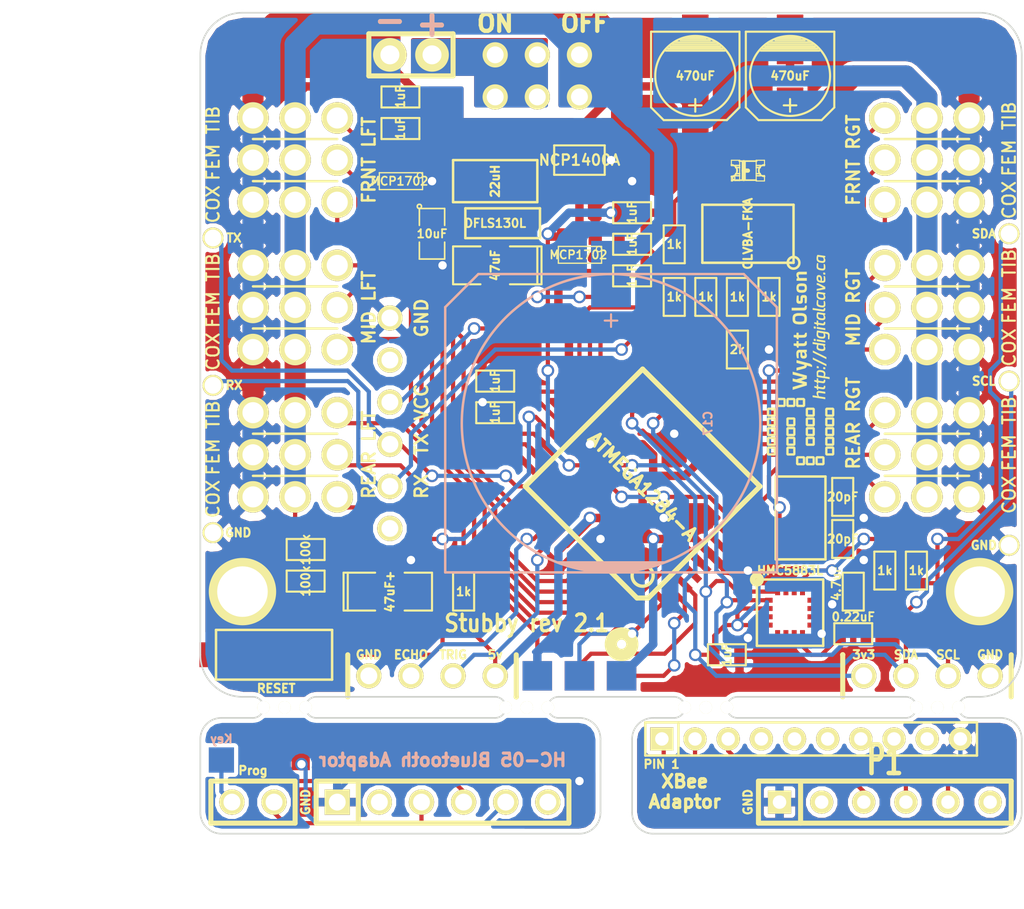
<source format=kicad_pcb>
(kicad_pcb (version 3) (host pcbnew "(22-Jun-2014 BZR 4027)-stable")
  (title_block (title "Stubby Controller") (rev 2.0) (company DigitalCave))
  (layers (15 F.Cu signal) (0 B.Cu signal) (18 B.Paste user) (19 F.Paste user) (20 B.SilkS user) (21 F.SilkS user) (22 B.Mask user) (23 F.Mask user) (28 Edge.Cuts user))
  (net 0 "")
  (net 1 +3.3V)
  (net 2 +5V)
  (net 3 +BATT)
  (net 4 /ADC_BATTERY_METER)
  (net 5 /AREF)
  (net 6 /AVR_RX)
  (net 7 /AVR_TX)
  (net 8 /BATTERY)
  (net 9 /BLUETOOTH_GND)
  (net 10 /DIST_ECHO)
  (net 11 /DIST_TRIG)
  (net 12 /I2C_SCL)
  (net 13 /I2C_SDA)
  (net 14 /LED_BL)
  (net 15 /LED_BL_R)
  (net 16 /LED_GR)
  (net 17 /LED_GR_R)
  (net 18 /LED_RD)
  (net 19 /LED_RD_R)
  (net 20 /MISO)
  (net 21 /MODULE_RX)
  (net 22 /MOSI)
  (net 23 /PWM00)
  (net 24 /PWM01)
  (net 25 /PWM02)
  (net 26 /PWM03)
  (net 27 /PWM04)
  (net 28 /PWM05)
  (net 29 /PWM06)
  (net 30 /PWM07)
  (net 31 /PWM08)
  (net 32 /PWM09)
  (net 33 /PWM10)
  (net 34 /PWM11)
  (net 35 /PWM12)
  (net 36 /PWM13)
  (net 37 /PWM14)
  (net 38 /PWM15)
  (net 39 /PWM16)
  (net 40 /PWM17)
  (net 41 /RESET)
  (net 42 /SCK)
  (net 43 /XBEE_GND)
  (net 44 /XTAL1)
  (net 45 /XTAL2)
  (net 46 GND)
  (net 47 N-0000014)
  (net 48 N-0000030)
  (net 49 N-0000031)
  (net 50 N-0000032)
  (net 51 N-0000033)
  (net 52 N-0000034)
  (net 53 N-0000036)
  (net 54 N-0000038)
  (net 55 N-0000073)
  (net 56 N-0000076)
  (net 57 N-0000077)
  (net 58 N-0000078)
  (net 59 N-0000079)
  (module SIL-10 (layer F.Cu) (at 72.39 58.42)
    (fp_text reference P3 hide)
    (fp_text value CONN_10 hide)
    (pad 1 thru_hole rect (at -9 0) (size 1.397 1.397) (drill 0.8128) (layers *.Cu *.Mask F.SilkS) (net 48 N-0000030))
    (pad 2 thru_hole circle (at -7 0) (size 1.397 1.397) (drill 0.8128) (layers *.Cu *.Mask F.SilkS) (net 49 N-0000031))
    (pad 3 thru_hole circle (at -5 0) (size 1.397 1.397) (drill 0.8128) (layers *.Cu *.Mask F.SilkS) (net 50 N-0000032))
    (pad 4 thru_hole circle (at -3 0) (size 1.397 1.397) (drill 0.8128) (layers *.Cu *.Mask F.SilkS))
    (pad 5 thru_hole circle (at -1 0) (size 1.397 1.397) (drill 0.8128) (layers *.Cu *.Mask F.SilkS))
    (pad 6 thru_hole circle (at 1 0) (size 1.397 1.397) (drill 0.8128) (layers *.Cu *.Mask F.SilkS))
    (pad 7 thru_hole circle (at 3 0) (size 1.397 1.397) (drill 0.8128) (layers *.Cu *.Mask F.SilkS))
    (pad 8 thru_hole circle (at 5 0) (size 1.397 1.397) (drill 0.8128) (layers *.Cu *.Mask F.SilkS))
    (pad 9 thru_hole circle (at 7 0) (size 1.397 1.397) (drill 0.8128) (layers *.Cu *.Mask F.SilkS))
    (pad 10 thru_hole circle (at 9 0) (size 1.397 1.397) (drill 0.8128) (layers *.Cu *.Mask F.SilkS) (net 43 /XBEE_GND))
  )
  (module SOT23 (layer F.Cu) (at 58.42 29.21 180)
    (fp_text reference VR3 hide)
    (fp_text value MCP1702 (at 0.0635 0 180) (layer F.SilkS) (effects (font (size 0.50038 0.50038) (thickness 0.09906))))
    (pad 2 smd rect (at 0 -1.09982 180) (size 0.8001 1.00076) (layers F.Cu F.Paste F.Mask) (net 2 +5V))
    (pad 3 smd rect (at 0.9525 1.09982 180) (size 0.8001 1.00076) (layers F.Cu F.Paste F.Mask) (net 1 +3.3V))
    (pad 1 smd rect (at -0.9525 1.09982 180) (size 0.8001 1.00076) (layers F.Cu F.Paste F.Mask) (net 46 GND))
  )
  (module SOT23 (layer F.Cu) (at 47.625 24.765 180)
    (fp_text reference VR1 hide)
    (fp_text value MCP1702 (at 0.0635 0 180) (layer F.SilkS) (effects (font (size 0.50038 0.50038) (thickness 0.09906))))
    (pad 2 smd rect (at 0 -1.09982 180) (size 0.8001 1.00076) (layers F.Cu F.Paste F.Mask) (net 3 +BATT))
    (pad 3 smd rect (at 0.9525 1.09982 180) (size 0.8001 1.00076) (layers F.Cu F.Paste F.Mask) (net 56 N-0000076))
    (pad 1 smd rect (at -0.9525 1.09982 180) (size 0.8001 1.00076) (layers F.Cu F.Paste F.Mask) (net 46 GND))
  )
  (module 1pin (layer F.Cu) (at 84.328 46.736)
    (fp_text reference 1PIN hide)
    (fp_text value P*** hide)
    (pad 1 thru_hole circle (at 0 0) (size 1.27 1.27) (drill 1.016) (layers *.Cu *.Mask F.SilkS) (net 46 GND))
  )
  (module 1pin (layer F.Cu) (at 84.328 36.83)
    (fp_text reference 1PIN hide)
    (fp_text value P*** hide)
    (pad 1 thru_hole circle (at 0 0) (size 1.27 1.27) (drill 1.016) (layers *.Cu *.Mask F.SilkS) (net 13 /I2C_SDA))
  )
  (module 1pin (layer F.Cu) (at 84.328 27.94)
    (fp_text reference 1PIN hide)
    (fp_text value P*** hide)
    (pad 1 thru_hole circle (at 0 0) (size 1.27 1.27) (drill 1.016) (layers *.Cu *.Mask F.SilkS) (net 12 /I2C_SCL))
  )
  (module 1pin (layer F.Cu) (at 36.322 45.974)
    (fp_text reference 1PIN hide)
    (fp_text value P*** hide)
    (pad 1 thru_hole circle (at 0 0) (size 1.27 1.27) (drill 1.016) (layers *.Cu *.Mask F.SilkS) (net 46 GND))
  )
  (module 1pin (layer F.Cu) (at 36.322 37.084)
    (fp_text reference 1PIN hide)
    (fp_text value P*** hide)
    (pad 1 thru_hole circle (at 0 0) (size 1.27 1.27) (drill 1.016) (layers *.Cu *.Mask F.SilkS) (net 21 /MODULE_RX))
  )
  (module 1pin (layer F.Cu) (at 36.322 28.194)
    (fp_text reference 1PIN hide)
    (fp_text value P*** hide)
    (pad 1 thru_hole circle (at 0 0) (size 1.27 1.27) (drill 1.016) (layers *.Cu *.Mask F.SilkS) (net 6 /AVR_RX))
  )
  (module 1pin (layer F.Cu) (at 38.1 49.53)
    (fp_text reference 1PIN hide)
    (fp_text value P*** hide)
    (pad 1 thru_hole circle (at 0 0) (size 4.064 4.064) (drill 3.048) (layers *.Cu *.Mask F.SilkS) (net 46 GND))
  )
  (module SIL-2 (layer F.Cu) (at 48.26 17.145 180)
    (fp_text reference P8 hide)
    (fp_text value "BATT (4.8V-6V)" hide)
    (pad 1 thru_hole circle (at -1.27 0 180) (size 2.032 2.032) (drill 1.143) (layers *.Cu *.Mask F.SilkS) (net 8 /BATTERY))
    (pad 2 thru_hole circle (at 1.27 0 180) (size 2.032 2.032) (drill 1.143) (layers *.Cu *.Mask F.SilkS) (net 46 GND))
  )
  (module SIL-4 (layer F.Cu) (at 79.375 54.61)
    (fp_text reference P5 hide)
    (fp_text value CONN_4 hide)
    (pad 1 thru_hole circle (at -3.81 0) (size 1.524 1.524) (drill 1.016) (layers *.Cu *.Mask F.SilkS) (net 1 +3.3V))
    (pad 2 thru_hole circle (at -1.27 0) (size 1.524 1.524) (drill 1.016) (layers *.Cu *.Mask F.SilkS) (net 13 /I2C_SDA))
    (pad 3 thru_hole circle (at 1.27 0) (size 1.524 1.524) (drill 1.016) (layers *.Cu *.Mask F.SilkS) (net 12 /I2C_SCL))
    (pad 4 thru_hole circle (at 3.81 0) (size 1.524 1.524) (drill 1.016) (layers *.Cu *.Mask F.SilkS) (net 46 GND))
  )
  (module SIL-4 (layer F.Cu) (at 49.53 54.61 180)
    (fp_text reference P10 hide)
    (fp_text value CONN_4 hide)
    (pad 1 thru_hole circle (at -3.81 0 180) (size 1.524 1.524) (drill 1.016) (layers *.Cu *.Mask F.SilkS) (net 2 +5V))
    (pad 2 thru_hole circle (at -1.27 0 180) (size 1.524 1.524) (drill 1.016) (layers *.Cu *.Mask F.SilkS) (net 11 /DIST_TRIG))
    (pad 3 thru_hole circle (at 1.27 0 180) (size 1.524 1.524) (drill 1.016) (layers *.Cu *.Mask F.SilkS) (net 10 /DIST_ECHO))
    (pad 4 thru_hole circle (at 3.81 0 180) (size 1.524 1.524) (drill 1.016) (layers *.Cu *.Mask F.SilkS) (net 46 GND))
  )
  (module SIL-6 (layer F.Cu) (at 46.99 39.37 270)
    (fp_text reference P11 hide)
    (fp_text value CONN_6 hide)
    (fp_text user RX (at 3.81 -1.905 270) (layer F.SilkS) (effects (font (size 0.762 0.762))))
    (fp_text user TX (at 1.27 -1.905 270) (layer F.SilkS) (effects (font (size 0.762 0.762))))
    (fp_text user VCC (at -1.27 -1.905 270) (layer F.SilkS) (effects (font (size 0.762 0.762))))
    (fp_text user GND (at -6.35 -1.905 270) (layer F.SilkS) (effects (font (size 0.762 0.762))))
    (pad 1 thru_hole circle (at -6.35 0 270) (size 1.524 1.524) (drill 1.016) (layers *.Cu *.Mask F.SilkS) (net 46 GND))
    (pad 2 thru_hole circle (at -3.81 0 270) (size 1.524 1.524) (drill 1.016) (layers *.Cu *.Mask F.SilkS))
    (pad 3 thru_hole circle (at -1.27 0 270) (size 1.524 1.524) (drill 1.016) (layers *.Cu *.Mask F.SilkS) (net 1 +3.3V))
    (pad 4 thru_hole circle (at 1.27 0 270) (size 1.524 1.524) (drill 1.016) (layers *.Cu *.Mask F.SilkS) (net 6 /AVR_RX))
    (pad 5 thru_hole circle (at 3.81 0 270) (size 1.524 1.524) (drill 1.016) (layers *.Cu *.Mask F.SilkS) (net 21 /MODULE_RX))
    (pad 6 thru_hole circle (at 6.35 0 270) (size 1.524 1.524) (drill 1.016) (layers *.Cu *.Mask F.SilkS))
  )
  (module SIL-2 (layer F.Cu) (at 38.735 62.23)
    (fp_text reference P6 hide)
    (fp_text value CONN_2 hide)
    (pad 1 thru_hole circle (at -1.27 0) (size 1.524 1.524) (drill 1.016) (layers *.Cu *.Mask F.SilkS) (net 55 N-0000073))
    (pad 2 thru_hole circle (at 1.27 0) (size 1.524 1.524) (drill 1.016) (layers *.Cu *.Mask F.SilkS) (net 58 N-0000078))
  )
  (module SIL-6 (layer F.Cu) (at 50.165 62.23)
    (fp_text reference P2 hide)
    (fp_text value CONN_6 hide)
    (pad 1 thru_hole rect (at -6.35 0) (size 1.524 1.524) (drill 1.016) (layers *.Cu *.Mask F.SilkS) (net 9 /BLUETOOTH_GND))
    (pad 2 thru_hole circle (at -3.81 0) (size 1.524 1.524) (drill 1.016) (layers *.Cu *.Mask F.SilkS))
    (pad 3 thru_hole circle (at -1.27 0) (size 1.524 1.524) (drill 1.016) (layers *.Cu *.Mask F.SilkS) (net 58 N-0000078))
    (pad 4 thru_hole circle (at 1.27 0) (size 1.524 1.524) (drill 1.016) (layers *.Cu *.Mask F.SilkS) (net 47 N-0000014))
    (pad 5 thru_hole circle (at 3.81 0) (size 1.524 1.524) (drill 1.016) (layers *.Cu *.Mask F.SilkS) (net 59 N-0000079))
    (pad 6 thru_hole circle (at 6.35 0) (size 1.524 1.524) (drill 1.016) (layers *.Cu *.Mask F.SilkS))
  )
  (module SIL-1 (layer B.Cu) (at 36.83 59.69)
    (fp_text reference P7 hide)
    (fp_text value CONN_1 hide)
    (pad 1 smd rect (at 0 0) (size 1.524 1.524) (layers B.Cu B.Paste B.Mask) (net 55 N-0000073))
  )
  (module 1pin (layer F.Cu) (at 82.55 49.53)
    (fp_text reference 1PIN hide)
    (fp_text value P*** hide)
    (pad 1 thru_hole circle (at 0 0) (size 4.064 4.064) (drill 3.048) (layers *.Cu *.Mask F.SilkS) (net 46 GND))
  )
  (module DPDT (layer F.Cu) (at 55.88 18.415)
    (fp_text reference SW2 hide)
    (fp_text value DPDT hide)
    (pad 4 thru_hole circle (at -2.54 1.27) (size 1.524 1.524) (drill 1.016) (layers *.Cu *.Mask F.SilkS) (net 8 /BATTERY))
    (pad 1 thru_hole circle (at -2.54 -1.27) (size 1.524 1.524) (drill 1.016) (layers *.Cu *.Mask F.SilkS) (net 8 /BATTERY))
    (pad 5 thru_hole circle (at 0 1.27) (size 1.524 1.524) (drill 1.016) (layers *.Cu *.Mask F.SilkS) (net 8 /BATTERY))
    (pad 2 thru_hole circle (at 0 -1.27) (size 1.524 1.524) (drill 1.016) (layers *.Cu *.Mask F.SilkS) (net 8 /BATTERY))
    (pad 6 thru_hole circle (at 2.54 1.27) (size 1.524 1.524) (drill 1.016) (layers *.Cu *.Mask F.SilkS) (net 3 +BATT))
    (pad 3 thru_hole circle (at 2.54 -1.27) (size 1.524 1.524) (drill 1.016) (layers *.Cu *.Mask F.SilkS) (net 3 +BATT))
  )
  (module DIGITALCAVE_LOGO_WIDE_SMALL (layer F.Cu) (at 71.755 35.56 90)
    (fp_text reference VAL hide)
    (fp_text value DIGITALCAVE_LOGO_WIDE_SMALL hide)
  )
  (module HEX_LEG (layer F.Cu) (at 41.91 30.48 180)
    (fp_text reference S4 hide)
    (fp_text value "MID LFT" (at -3.81 -1.905 270) (layer F.SilkS) (effects (font (size 0.762 0.762))))
    (fp_text user TIB (at 5.588 0.508 270) (layer F.SilkS) (effects (font (size 0.762 0.762) (thickness 0.127))))
    (fp_text user FEM (at 5.588 -2.032 270) (layer F.SilkS) (effects (font (size 0.762 0.762) (thickness 0.127))))
    (fp_text user COX (at 5.588 -4.572 270) (layer F.SilkS) (effects (font (size 0.762 0.762) (thickness 0.127))))
    (pad 1 thru_hole circle (at -1.905 -4.445 90) (size 1.905 1.905) (drill 1.27) (layers *.Cu *.Mask F.SilkS) (net 29 /PWM06))
    (pad 2 thru_hole circle (at -1.905 -1.905 90) (size 1.905 1.905) (drill 1.27) (layers *.Cu *.Mask F.SilkS) (net 30 /PWM07))
    (pad 3 thru_hole circle (at -1.905 0.635 90) (size 1.905 1.905) (drill 1.27) (layers *.Cu *.Mask F.SilkS) (net 31 /PWM08))
    (pad 4 thru_hole circle (at 0.635 -4.445 90) (size 1.905 1.905) (drill 1.27) (layers *.Cu *.Mask F.SilkS) (net 3 +BATT))
    (pad 5 thru_hole circle (at 0.635 -1.905 90) (size 1.905 1.905) (drill 1.27) (layers *.Cu *.Mask F.SilkS) (net 3 +BATT))
    (pad 6 thru_hole circle (at 0.635 0.635 90) (size 1.905 1.905) (drill 1.27) (layers *.Cu *.Mask F.SilkS) (net 3 +BATT))
    (pad 7 thru_hole circle (at 3.175 -4.445 90) (size 1.905 1.905) (drill 1.27) (layers *.Cu *.Mask F.SilkS) (net 46 GND))
    (pad 8 thru_hole circle (at 3.175 -1.905 90) (size 1.905 1.905) (drill 1.27) (layers *.Cu *.Mask F.SilkS) (net 46 GND))
    (pad 9 thru_hole circle (at 3.175 0.635 90) (size 1.905 1.905) (drill 1.27) (layers *.Cu *.Mask F.SilkS) (net 46 GND))
  )
  (module HEX_LEG (layer F.Cu) (at 41.91 21.59 180)
    (fp_text reference S2 hide)
    (fp_text value "FRNT LFT" (at -3.81 -1.905 270) (layer F.SilkS) (effects (font (size 0.762 0.762))))
    (fp_text user TIB (at 5.588 0.508 270) (layer F.SilkS) (effects (font (size 0.762 0.762) (thickness 0.127))))
    (fp_text user FEM (at 5.588 -2.032 270) (layer F.SilkS) (effects (font (size 0.762 0.762) (thickness 0.127))))
    (fp_text user COX (at 5.588 -4.572 270) (layer F.SilkS) (effects (font (size 0.762 0.762) (thickness 0.127))))
    (pad 1 thru_hole circle (at -1.905 -4.445 90) (size 1.905 1.905) (drill 1.27) (layers *.Cu *.Mask F.SilkS) (net 23 /PWM00))
    (pad 2 thru_hole circle (at -1.905 -1.905 90) (size 1.905 1.905) (drill 1.27) (layers *.Cu *.Mask F.SilkS) (net 24 /PWM01))
    (pad 3 thru_hole circle (at -1.905 0.635 90) (size 1.905 1.905) (drill 1.27) (layers *.Cu *.Mask F.SilkS) (net 25 /PWM02))
    (pad 4 thru_hole circle (at 0.635 -4.445 90) (size 1.905 1.905) (drill 1.27) (layers *.Cu *.Mask F.SilkS) (net 3 +BATT))
    (pad 5 thru_hole circle (at 0.635 -1.905 90) (size 1.905 1.905) (drill 1.27) (layers *.Cu *.Mask F.SilkS) (net 3 +BATT))
    (pad 6 thru_hole circle (at 0.635 0.635 90) (size 1.905 1.905) (drill 1.27) (layers *.Cu *.Mask F.SilkS) (net 3 +BATT))
    (pad 7 thru_hole circle (at 3.175 -4.445 90) (size 1.905 1.905) (drill 1.27) (layers *.Cu *.Mask F.SilkS) (net 46 GND))
    (pad 8 thru_hole circle (at 3.175 -1.905 90) (size 1.905 1.905) (drill 1.27) (layers *.Cu *.Mask F.SilkS) (net 46 GND))
    (pad 9 thru_hole circle (at 3.175 0.635 90) (size 1.905 1.905) (drill 1.27) (layers *.Cu *.Mask F.SilkS) (net 46 GND))
  )
  (module HEX_LEG (layer F.Cu) (at 41.91 39.37 180)
    (fp_text reference S6 hide)
    (fp_text value "REAR LFT" (at -3.81 -1.905 270) (layer F.SilkS) (effects (font (size 0.762 0.762))))
    (fp_text user TIB (at 5.588 0.508 270) (layer F.SilkS) (effects (font (size 0.762 0.762) (thickness 0.127))))
    (fp_text user FEM (at 5.588 -2.032 270) (layer F.SilkS) (effects (font (size 0.762 0.762) (thickness 0.127))))
    (fp_text user COX (at 5.588 -4.572 270) (layer F.SilkS) (effects (font (size 0.762 0.762) (thickness 0.127))))
    (pad 1 thru_hole circle (at -1.905 -4.445 90) (size 1.905 1.905) (drill 1.27) (layers *.Cu *.Mask F.SilkS) (net 35 /PWM12))
    (pad 2 thru_hole circle (at -1.905 -1.905 90) (size 1.905 1.905) (drill 1.27) (layers *.Cu *.Mask F.SilkS) (net 36 /PWM13))
    (pad 3 thru_hole circle (at -1.905 0.635 90) (size 1.905 1.905) (drill 1.27) (layers *.Cu *.Mask F.SilkS) (net 37 /PWM14))
    (pad 4 thru_hole circle (at 0.635 -4.445 90) (size 1.905 1.905) (drill 1.27) (layers *.Cu *.Mask F.SilkS) (net 3 +BATT))
    (pad 5 thru_hole circle (at 0.635 -1.905 90) (size 1.905 1.905) (drill 1.27) (layers *.Cu *.Mask F.SilkS) (net 3 +BATT))
    (pad 6 thru_hole circle (at 0.635 0.635 90) (size 1.905 1.905) (drill 1.27) (layers *.Cu *.Mask F.SilkS) (net 3 +BATT))
    (pad 7 thru_hole circle (at 3.175 -4.445 90) (size 1.905 1.905) (drill 1.27) (layers *.Cu *.Mask F.SilkS) (net 46 GND))
    (pad 8 thru_hole circle (at 3.175 -1.905 90) (size 1.905 1.905) (drill 1.27) (layers *.Cu *.Mask F.SilkS) (net 46 GND))
    (pad 9 thru_hole circle (at 3.175 0.635 90) (size 1.905 1.905) (drill 1.27) (layers *.Cu *.Mask F.SilkS) (net 46 GND))
  )
  (module HEX_LEG_REVERSE (layer F.Cu) (at 78.74 25.4)
    (fp_text reference S3 hide)
    (fp_text value "FRNT RGT" (at -3.81 -1.905 90) (layer F.SilkS) (effects (font (size 0.762 0.762))))
    (fp_text user TIB (at 5.588 -4.572 90) (layer F.SilkS) (effects (font (size 0.762 0.762) (thickness 0.127))))
    (fp_text user FEM (at 5.588 -2.032 90) (layer F.SilkS) (effects (font (size 0.762 0.762) (thickness 0.127))))
    (fp_text user COX (at 5.588 0.508 90) (layer F.SilkS) (effects (font (size 0.762 0.762) (thickness 0.127))))
    (pad 1 thru_hole circle (at -1.905 -4.445 270) (size 1.905 1.905) (drill 1.27) (layers *.Cu *.Mask F.SilkS) (net 26 /PWM03))
    (pad 2 thru_hole circle (at -1.905 -1.905 270) (size 1.905 1.905) (drill 1.27) (layers *.Cu *.Mask F.SilkS) (net 27 /PWM04))
    (pad 3 thru_hole circle (at -1.905 0.635 270) (size 1.905 1.905) (drill 1.27) (layers *.Cu *.Mask F.SilkS) (net 28 /PWM05))
    (pad 4 thru_hole circle (at 0.635 -4.445 270) (size 1.905 1.905) (drill 1.27) (layers *.Cu *.Mask F.SilkS) (net 3 +BATT))
    (pad 5 thru_hole circle (at 0.635 -1.905 270) (size 1.905 1.905) (drill 1.27) (layers *.Cu *.Mask F.SilkS) (net 3 +BATT))
    (pad 6 thru_hole circle (at 0.635 0.635 270) (size 1.905 1.905) (drill 1.27) (layers *.Cu *.Mask F.SilkS) (net 3 +BATT))
    (pad 7 thru_hole circle (at 3.175 -4.445 270) (size 1.905 1.905) (drill 1.27) (layers *.Cu *.Mask F.SilkS) (net 46 GND))
    (pad 8 thru_hole circle (at 3.175 -1.905 270) (size 1.905 1.905) (drill 1.27) (layers *.Cu *.Mask F.SilkS) (net 46 GND))
    (pad 9 thru_hole circle (at 3.175 0.635 270) (size 1.905 1.905) (drill 1.27) (layers *.Cu *.Mask F.SilkS) (net 46 GND))
  )
  (module HEX_LEG_REVERSE (layer F.Cu) (at 78.74 34.29)
    (fp_text reference S5 hide)
    (fp_text value "MID RGT" (at -3.81 -1.905 90) (layer F.SilkS) (effects (font (size 0.762 0.762))))
    (fp_text user TIB (at 5.588 -4.572 90) (layer F.SilkS) (effects (font (size 0.762 0.762) (thickness 0.127))))
    (fp_text user FEM (at 5.588 -2.032 90) (layer F.SilkS) (effects (font (size 0.762 0.762) (thickness 0.127))))
    (fp_text user COX (at 5.588 0.508 90) (layer F.SilkS) (effects (font (size 0.762 0.762) (thickness 0.127))))
    (pad 1 thru_hole circle (at -1.905 -4.445 270) (size 1.905 1.905) (drill 1.27) (layers *.Cu *.Mask F.SilkS) (net 32 /PWM09))
    (pad 2 thru_hole circle (at -1.905 -1.905 270) (size 1.905 1.905) (drill 1.27) (layers *.Cu *.Mask F.SilkS) (net 33 /PWM10))
    (pad 3 thru_hole circle (at -1.905 0.635 270) (size 1.905 1.905) (drill 1.27) (layers *.Cu *.Mask F.SilkS) (net 34 /PWM11))
    (pad 4 thru_hole circle (at 0.635 -4.445 270) (size 1.905 1.905) (drill 1.27) (layers *.Cu *.Mask F.SilkS) (net 3 +BATT))
    (pad 5 thru_hole circle (at 0.635 -1.905 270) (size 1.905 1.905) (drill 1.27) (layers *.Cu *.Mask F.SilkS) (net 3 +BATT))
    (pad 6 thru_hole circle (at 0.635 0.635 270) (size 1.905 1.905) (drill 1.27) (layers *.Cu *.Mask F.SilkS) (net 3 +BATT))
    (pad 7 thru_hole circle (at 3.175 -4.445 270) (size 1.905 1.905) (drill 1.27) (layers *.Cu *.Mask F.SilkS) (net 46 GND))
    (pad 8 thru_hole circle (at 3.175 -1.905 270) (size 1.905 1.905) (drill 1.27) (layers *.Cu *.Mask F.SilkS) (net 46 GND))
    (pad 9 thru_hole circle (at 3.175 0.635 270) (size 1.905 1.905) (drill 1.27) (layers *.Cu *.Mask F.SilkS) (net 46 GND))
  )
  (module HEX_LEG_REVERSE (layer F.Cu) (at 78.74 43.18)
    (fp_text reference S7 hide)
    (fp_text value "REAR RGT" (at -3.81 -3.81 90) (layer F.SilkS) (effects (font (size 0.762 0.762))))
    (fp_text user TIB (at 5.588 -4.572 90) (layer F.SilkS) (effects (font (size 0.762 0.762) (thickness 0.127))))
    (fp_text user FEM (at 5.588 -2.032 90) (layer F.SilkS) (effects (font (size 0.762 0.762) (thickness 0.127))))
    (fp_text user COX (at 5.588 0.508 90) (layer F.SilkS) (effects (font (size 0.762 0.762) (thickness 0.127))))
    (pad 1 thru_hole circle (at -1.905 -4.445 270) (size 1.905 1.905) (drill 1.27) (layers *.Cu *.Mask F.SilkS) (net 38 /PWM15))
    (pad 2 thru_hole circle (at -1.905 -1.905 270) (size 1.905 1.905) (drill 1.27) (layers *.Cu *.Mask F.SilkS) (net 39 /PWM16))
    (pad 3 thru_hole circle (at -1.905 0.635 270) (size 1.905 1.905) (drill 1.27) (layers *.Cu *.Mask F.SilkS) (net 40 /PWM17))
    (pad 4 thru_hole circle (at 0.635 -4.445 270) (size 1.905 1.905) (drill 1.27) (layers *.Cu *.Mask F.SilkS) (net 3 +BATT))
    (pad 5 thru_hole circle (at 0.635 -1.905 270) (size 1.905 1.905) (drill 1.27) (layers *.Cu *.Mask F.SilkS) (net 3 +BATT))
    (pad 6 thru_hole circle (at 0.635 0.635 270) (size 1.905 1.905) (drill 1.27) (layers *.Cu *.Mask F.SilkS) (net 3 +BATT))
    (pad 7 thru_hole circle (at 3.175 -4.445 270) (size 1.905 1.905) (drill 1.27) (layers *.Cu *.Mask F.SilkS) (net 46 GND))
    (pad 8 thru_hole circle (at 3.175 -1.905 270) (size 1.905 1.905) (drill 1.27) (layers *.Cu *.Mask F.SilkS) (net 46 GND))
    (pad 9 thru_hole circle (at 3.175 0.635 270) (size 1.905 1.905) (drill 1.27) (layers *.Cu *.Mask F.SilkS) (net 46 GND))
  )
  (module TQFP44 (layer F.Cu) (at 62.23 43.18 135)
    (fp_text reference IC1 hide)
    (fp_text value ATMEGA1284-A (at 0 0 135) (layer F.SilkS) (effects (font (size 0.762 0.762) (thickness 0.1905))))
    (pad 39 smd rect (at 0 -5.715 135) (size 0.4064 1.524) (layers F.Cu F.Paste F.Mask) (net 46 GND))
    (pad 40 smd rect (at -0.8001 -5.715 135) (size 0.4064 1.524) (layers F.Cu F.Paste F.Mask) (net 30 /PWM07))
    (pad 41 smd rect (at -1.6002 -5.715 135) (size 0.4064 1.524) (layers F.Cu F.Paste F.Mask) (net 29 /PWM06))
    (pad 42 smd rect (at -2.4003 -5.715 135) (size 0.4064 1.524) (layers F.Cu F.Paste F.Mask) (net 37 /PWM14))
    (pad 43 smd rect (at -3.2004 -5.715 135) (size 0.4064 1.524) (layers F.Cu F.Paste F.Mask) (net 36 /PWM13))
    (pad 44 smd rect (at -4.0005 -5.715 135) (size 0.4064 1.524) (layers F.Cu F.Paste F.Mask) (net 35 /PWM12))
    (pad 38 smd rect (at 0.8001 -5.715 135) (size 0.4064 1.524) (layers F.Cu F.Paste F.Mask) (net 2 +5V))
    (pad 37 smd rect (at 1.6002 -5.715 135) (size 0.4064 1.524) (layers F.Cu F.Paste F.Mask) (net 11 /DIST_TRIG))
    (pad 36 smd rect (at 2.4003 -5.715 135) (size 0.4064 1.524) (layers F.Cu F.Paste F.Mask) (net 10 /DIST_ECHO))
    (pad 35 smd rect (at 3.2004 -5.715 135) (size 0.4064 1.524) (layers F.Cu F.Paste F.Mask))
    (pad 34 smd rect (at 4.0005 -5.715 135) (size 0.4064 1.524) (layers F.Cu F.Paste F.Mask) (net 31 /PWM08))
    (pad 17 smd rect (at 0 5.715 135) (size 0.4064 1.524) (layers F.Cu F.Paste F.Mask) (net 2 +5V))
    (pad 16 smd rect (at -0.8001 5.715 135) (size 0.4064 1.524) (layers F.Cu F.Paste F.Mask) (net 32 /PWM09))
    (pad 15 smd rect (at -1.6002 5.715 135) (size 0.4064 1.524) (layers F.Cu F.Paste F.Mask) (net 33 /PWM10))
    (pad 14 smd rect (at -2.4003 5.715 135) (size 0.4064 1.524) (layers F.Cu F.Paste F.Mask) (net 34 /PWM11))
    (pad 13 smd rect (at -3.2004 5.715 135) (size 0.4064 1.524) (layers F.Cu F.Paste F.Mask) (net 38 /PWM15))
    (pad 12 smd rect (at -4.0005 5.715 135) (size 0.4064 1.524) (layers F.Cu F.Paste F.Mask) (net 39 /PWM16))
    (pad 18 smd rect (at 0.8001 5.715 135) (size 0.4064 1.524) (layers F.Cu F.Paste F.Mask) (net 46 GND))
    (pad 19 smd rect (at 1.6002 5.715 135) (size 0.4064 1.524) (layers F.Cu F.Paste F.Mask) (net 12 /I2C_SCL))
    (pad 20 smd rect (at 2.4003 5.715 135) (size 0.4064 1.524) (layers F.Cu F.Paste F.Mask) (net 13 /I2C_SDA))
    (pad 21 smd rect (at 3.2004 5.715 135) (size 0.4064 1.524) (layers F.Cu F.Paste F.Mask) (net 28 /PWM05))
    (pad 22 smd rect (at 4.0005 5.715 135) (size 0.4064 1.524) (layers F.Cu F.Paste F.Mask) (net 27 /PWM04))
    (pad 6 smd rect (at -5.715 0 135) (size 1.524 0.4064) (layers F.Cu F.Paste F.Mask) (net 46 GND))
    (pad 28 smd rect (at 5.715 0 135) (size 1.524 0.4064) (layers F.Cu F.Paste F.Mask) (net 46 GND))
    (pad 7 smd rect (at -5.715 0.8001 135) (size 1.524 0.4064) (layers F.Cu F.Paste F.Mask) (net 45 /XTAL2))
    (pad 27 smd rect (at 5.715 0.8001 135) (size 1.524 0.4064) (layers F.Cu F.Paste F.Mask) (net 2 +5V))
    (pad 26 smd rect (at 5.715 1.6002 135) (size 1.524 0.4064) (layers F.Cu F.Paste F.Mask) (net 16 /LED_GR))
    (pad 8 smd rect (at -5.715 1.6002 135) (size 1.524 0.4064) (layers F.Cu F.Paste F.Mask) (net 44 /XTAL1))
    (pad 9 smd rect (at -5.715 2.4003 135) (size 1.524 0.4064) (layers F.Cu F.Paste F.Mask) (net 6 /AVR_RX))
    (pad 25 smd rect (at 5.715 2.4003 135) (size 1.524 0.4064) (layers F.Cu F.Paste F.Mask) (net 14 /LED_BL))
    (pad 24 smd rect (at 5.715 3.2004 135) (size 1.524 0.4064) (layers F.Cu F.Paste F.Mask) (net 18 /LED_RD))
    (pad 10 smd rect (at -5.715 3.2004 135) (size 1.524 0.4064) (layers F.Cu F.Paste F.Mask) (net 7 /AVR_TX))
    (pad 11 smd rect (at -5.715 4.0005 135) (size 1.524 0.4064) (layers F.Cu F.Paste F.Mask) (net 40 /PWM17))
    (pad 23 smd rect (at 5.715 4.0005 135) (size 1.524 0.4064) (layers F.Cu F.Paste F.Mask) (net 26 /PWM03))
    (pad 29 smd rect (at 5.715 -0.8001 135) (size 1.524 0.4064) (layers F.Cu F.Paste F.Mask) (net 5 /AREF))
    (pad 5 smd rect (at -5.715 -0.8001 135) (size 1.524 0.4064) (layers F.Cu F.Paste F.Mask) (net 2 +5V))
    (pad 4 smd rect (at -5.715 -1.6002 135) (size 1.524 0.4064) (layers F.Cu F.Paste F.Mask) (net 41 /RESET))
    (pad 30 smd rect (at 5.715 -1.6002 135) (size 1.524 0.4064) (layers F.Cu F.Paste F.Mask) (net 4 /ADC_BATTERY_METER))
    (pad 31 smd rect (at 5.715 -2.4003 135) (size 1.524 0.4064) (layers F.Cu F.Paste F.Mask) (net 25 /PWM02))
    (pad 3 smd rect (at -5.715 -2.4003 135) (size 1.524 0.4064) (layers F.Cu F.Paste F.Mask) (net 42 /SCK))
    (pad 2 smd rect (at -5.715 -3.2004 135) (size 1.524 0.4064) (layers F.Cu F.Paste F.Mask) (net 20 /MISO))
    (pad 32 smd rect (at 5.715 -3.2004 135) (size 1.524 0.4064) (layers F.Cu F.Paste F.Mask) (net 24 /PWM01))
    (pad 33 smd rect (at 5.715 -4.0005 135) (size 1.524 0.4064) (layers F.Cu F.Paste F.Mask) (net 23 /PWM00))
    (pad 1 smd rect (at -5.715 -4.0005 135) (size 1.524 0.4064) (layers F.Cu F.Paste F.Mask) (net 22 /MOSI))
  )
  (module HC05_Edge (layer F.Cu) (at 54.61 59.055)
    (fp_text reference P4 hide)
    (fp_text value CONN_13 hide)
    (pad 1 smd rect (at -14.5 0) (size 1.1 2.5) (layers F.Cu F.Paste F.Mask) (net 47 N-0000014))
    (pad 2 smd rect (at -13 0) (size 1.1 2.5) (layers F.Cu F.Paste F.Mask) (net 59 N-0000079))
    (pad 3 smd rect (at -11.5 0) (size 1.1 2.5) (layers F.Cu F.Paste F.Mask))
    (pad 4 smd rect (at -10 0) (size 1.1 2.5) (layers F.Cu F.Paste F.Mask))
    (pad 5 smd rect (at -8.5 0) (size 1.1 2.5) (layers F.Cu F.Paste F.Mask))
    (pad 6 smd rect (at -7 0) (size 1.1 2.5) (layers F.Cu F.Paste F.Mask))
    (pad 7 smd rect (at -5.5 0) (size 1.1 2.5) (layers F.Cu F.Paste F.Mask))
    (pad 8 smd rect (at -4 0) (size 1.1 2.5) (layers F.Cu F.Paste F.Mask))
    (pad 9 smd rect (at -2.5 0) (size 1.1 2.5) (layers F.Cu F.Paste F.Mask))
    (pad 10 smd rect (at -1 0) (size 1.1 2.5) (layers F.Cu F.Paste F.Mask))
    (pad 11 smd rect (at 0.5 0) (size 1.1 2.5) (layers F.Cu F.Paste F.Mask))
    (pad 12 smd rect (at 2 0) (size 1.1 2.5) (layers F.Cu F.Paste F.Mask) (net 58 N-0000078))
    (pad 13 smd rect (at 3.5 0) (size 1.1 2.5) (layers F.Cu F.Paste F.Mask) (net 9 /BLUETOOTH_GND))
  )
  (module SM0603_VALUE (layer F.Cu) (at 64.135 28.575 90)
    (fp_text reference R4 hide)
    (fp_text value 1k (at 0 0 180) (layer F.SilkS) (effects (font (size 0.508 0.508) (thickness 0.1143))))
    (pad 1 smd rect (at -0.762 0 90) (size 0.635 1.143) (layers F.Cu F.Paste F.Mask) (net 46 GND))
    (pad 2 smd rect (at 0.762 0 90) (size 0.635 1.143) (layers F.Cu F.Paste F.Mask) (net 53 N-0000036))
  )
  (module SM0603_VALUE (layer F.Cu) (at 74.295 46.355 270)
    (fp_text reference C7 hide)
    (fp_text value 20pF (at 0 0 360) (layer F.SilkS) (effects (font (size 0.508 0.508) (thickness 0.1143))))
    (pad 1 smd rect (at -0.762 0 270) (size 0.635 1.143) (layers F.Cu F.Paste F.Mask) (net 46 GND))
    (pad 2 smd rect (at 0.762 0 270) (size 0.635 1.143) (layers F.Cu F.Paste F.Mask) (net 45 /XTAL2))
  )
  (module SM0603_VALUE (layer F.Cu) (at 74.295 43.815 90)
    (fp_text reference C8 hide)
    (fp_text value 20pF (at 0 0 180) (layer F.SilkS) (effects (font (size 0.508 0.508) (thickness 0.1143))))
    (pad 1 smd rect (at -0.762 0 90) (size 0.635 1.143) (layers F.Cu F.Paste F.Mask) (net 46 GND))
    (pad 2 smd rect (at 0.762 0 90) (size 0.635 1.143) (layers F.Cu F.Paste F.Mask) (net 44 /XTAL1))
  )
  (module SM0603_VALUE (layer F.Cu) (at 69.85 31.75 270)
    (fp_text reference R7 hide)
    (fp_text value 1k (at 0 0 360) (layer F.SilkS) (effects (font (size 0.508 0.508) (thickness 0.1143))))
    (pad 1 smd rect (at -0.762 0 270) (size 0.635 1.143) (layers F.Cu F.Paste F.Mask) (net 7 /AVR_TX))
    (pad 2 smd rect (at 0.762 0 270) (size 0.635 1.143) (layers F.Cu F.Paste F.Mask) (net 21 /MODULE_RX))
  )
  (module SM0603_VALUE (layer F.Cu) (at 51.435 49.53 90)
    (fp_text reference R3 hide)
    (fp_text value 1k (at 0 0 180) (layer F.SilkS) (effects (font (size 0.508 0.508) (thickness 0.1143))))
    (pad 1 smd rect (at -0.762 0 90) (size 0.635 1.143) (layers F.Cu F.Paste F.Mask) (net 2 +5V))
    (pad 2 smd rect (at 0.762 0 90) (size 0.635 1.143) (layers F.Cu F.Paste F.Mask) (net 41 /RESET))
  )
  (module SM0603_VALUE (layer F.Cu) (at 53.34 38.735)
    (fp_text reference C5 hide)
    (fp_text value 1uF (at 0 0 90) (layer F.SilkS) (effects (font (size 0.508 0.508) (thickness 0.1143))))
    (pad 1 smd rect (at -0.762 0) (size 0.635 1.143) (layers F.Cu F.Paste F.Mask) (net 46 GND))
    (pad 2 smd rect (at 0.762 0) (size 0.635 1.143) (layers F.Cu F.Paste F.Mask) (net 5 /AREF))
  )
  (module SM0603_VALUE (layer F.Cu) (at 47.625 19.685)
    (fp_text reference C4 hide)
    (fp_text value 1uF (at 0 0 90) (layer F.SilkS) (effects (font (size 0.508 0.508) (thickness 0.1143))))
    (pad 1 smd rect (at -0.762 0) (size 0.635 1.143) (layers F.Cu F.Paste F.Mask) (net 3 +BATT))
    (pad 2 smd rect (at 0.762 0) (size 0.635 1.143) (layers F.Cu F.Paste F.Mask) (net 46 GND))
  )
  (module SM0603_VALUE (layer F.Cu) (at 47.625 21.59)
    (fp_text reference C3 hide)
    (fp_text value 1uF (at 0 0 90) (layer F.SilkS) (effects (font (size 0.508 0.508) (thickness 0.1143))))
    (pad 1 smd rect (at -0.762 0) (size 0.635 1.143) (layers F.Cu F.Paste F.Mask) (net 56 N-0000076))
    (pad 2 smd rect (at 0.762 0) (size 0.635 1.143) (layers F.Cu F.Paste F.Mask) (net 46 GND))
  )
  (module SM0603_VALUE (layer F.Cu) (at 41.91 46.99)
    (fp_text reference R5 hide)
    (fp_text value 100k (at 0 0 90) (layer F.SilkS) (effects (font (size 0.508 0.508) (thickness 0.1143))))
    (pad 1 smd rect (at -0.762 0) (size 0.635 1.143) (layers F.Cu F.Paste F.Mask) (net 3 +BATT))
    (pad 2 smd rect (at 0.762 0) (size 0.635 1.143) (layers F.Cu F.Paste F.Mask) (net 4 /ADC_BATTERY_METER))
  )
  (module SM0603_VALUE (layer F.Cu) (at 41.91 48.895)
    (fp_text reference R6 hide)
    (fp_text value 100k (at 0 0 90) (layer F.SilkS) (effects (font (size 0.508 0.508) (thickness 0.1143))))
    (pad 1 smd rect (at -0.762 0) (size 0.635 1.143) (layers F.Cu F.Paste F.Mask) (net 46 GND))
    (pad 2 smd rect (at 0.762 0) (size 0.635 1.143) (layers F.Cu F.Paste F.Mask) (net 4 /ADC_BATTERY_METER))
  )
  (module SM0603_VALUE (layer F.Cu) (at 66.04 31.75 90)
    (fp_text reference R8 hide)
    (fp_text value 1k (at 0 0 180) (layer F.SilkS) (effects (font (size 0.508 0.508) (thickness 0.1143))))
    (pad 1 smd rect (at -0.762 0 90) (size 0.635 1.143) (layers F.Cu F.Paste F.Mask) (net 16 /LED_GR))
    (pad 2 smd rect (at 0.762 0 90) (size 0.635 1.143) (layers F.Cu F.Paste F.Mask) (net 17 /LED_GR_R))
  )
  (module SM0603_VALUE (layer F.Cu) (at 67.945 31.75 90)
    (fp_text reference R10 hide)
    (fp_text value 1k (at 0 0 180) (layer F.SilkS) (effects (font (size 0.508 0.508) (thickness 0.1143))))
    (pad 1 smd rect (at -0.762 0 90) (size 0.635 1.143) (layers F.Cu F.Paste F.Mask) (net 18 /LED_RD))
    (pad 2 smd rect (at 0.762 0 90) (size 0.635 1.143) (layers F.Cu F.Paste F.Mask) (net 19 /LED_RD_R))
  )
  (module SM0603_VALUE (layer F.Cu) (at 64.135 31.75 90)
    (fp_text reference R9 hide)
    (fp_text value 1k (at 0 0 180) (layer F.SilkS) (effects (font (size 0.508 0.508) (thickness 0.1143))))
    (pad 1 smd rect (at -0.762 0 90) (size 0.635 1.143) (layers F.Cu F.Paste F.Mask) (net 14 /LED_BL))
    (pad 2 smd rect (at 0.762 0 90) (size 0.635 1.143) (layers F.Cu F.Paste F.Mask) (net 15 /LED_BL_R))
  )
  (module LED-0805-MARKED_ANODE (layer F.Cu) (at 68.58 24.13 180)
    (fp_text reference D2 hide)
    (fp_text value LED hide)
    (pad 1 smd rect (at -1.04902 0 180) (size 1.19888 1.19888) (layers F.Cu F.Paste F.Mask) (net 2 +5V))
    (pad 2 smd rect (at 1.04902 0 180) (size 1.19888 1.19888) (layers F.Cu F.Paste F.Mask) (net 53 N-0000036))
  )
  (module SOT23-5 (layer F.Cu) (at 58.42 23.495)
    (fp_text reference VR2 hide)
    (fp_text value NCP1400A (at 0 0) (layer F.SilkS) (effects (font (size 0.635 0.635) (thickness 0.127))))
    (pad 1 smd rect (at -0.9525 1.27) (size 0.508 0.762) (layers F.Cu F.Paste F.Mask) (net 2 +5V))
    (pad 3 smd rect (at 0.9525 1.27) (size 0.508 0.762) (layers F.Cu F.Paste F.Mask))
    (pad 5 smd rect (at -0.9525 -1.27) (size 0.508 0.762) (layers F.Cu F.Paste F.Mask) (net 57 N-0000077))
    (pad 2 smd rect (at 0 1.27) (size 0.508 0.762) (layers F.Cu F.Paste F.Mask) (net 2 +5V))
    (pad 4 smd rect (at 0.9525 -1.27) (size 0.508 0.762) (layers F.Cu F.Paste F.Mask) (net 46 GND))
  )
  (module SM1206POL (layer F.Cu) (at 53.34 29.845 180)
    (fp_text reference C10 hide)
    (fp_text value 47uF (at 0 0 450) (layer F.SilkS) (effects (font (size 0.508 0.508) (thickness 0.127))))
    (pad 1 smd rect (at -1.651 0 180) (size 1.524 2.032) (layers F.Cu F.Paste F.Mask) (net 2 +5V))
    (pad 2 smd rect (at 1.651 0 180) (size 1.524 2.032) (layers F.Cu F.Paste F.Mask) (net 46 GND))
  )
  (module SM0805 (layer F.Cu) (at 49.53 27.94 270)
    (fp_text reference C1 hide)
    (fp_text value 10uF (at 0 0 540) (layer F.SilkS) (effects (font (size 0.50038 0.50038) (thickness 0.10922))))
    (pad 1 smd rect (at -0.9525 0 270) (size 0.889 1.397) (layers F.Cu F.Paste F.Mask) (net 56 N-0000076))
    (pad 2 smd rect (at 0.9525 0 270) (size 0.889 1.397) (layers F.Cu F.Paste F.Mask) (net 46 GND))
  )
  (module POWERDI_123 (layer F.Cu) (at 53.34 27.305)
    (fp_text reference D1 hide)
    (fp_text value DFLS130L (at 0 0) (layer F.SilkS) (effects (font (size 0.508 0.508) (thickness 0.1143))))
    (pad 1 smd rect (at -1.15 0) (size 0.9 1.4) (layers F.Cu F.Paste F.Mask) (net 57 N-0000077))
    (pad 2 smd rect (at 1.4 0) (size 2.2 1.4) (layers F.Cu F.Paste F.Mask) (net 2 +5V))
  )
  (module SM1007 (layer F.Cu) (at 53.34 24.765)
    (fp_text reference L1 hide)
    (fp_text value 22uH (at 0 0 90) (layer F.SilkS) (effects (font (size 0.508 0.508) (thickness 0.127))))
    (pad 1 smd rect (at -1.524 0) (size 1.778 1.778) (layers F.Cu F.Paste F.Mask) (net 56 N-0000076))
    (pad 2 smd rect (at 1.524 0) (size 1.778 1.778) (layers F.Cu F.Paste F.Mask) (net 57 N-0000077))
  )
  (module 4-PLCC (layer F.Cu) (at 68.58 27.94 180)
    (fp_text reference D3 hide)
    (fp_text value CLVBA-FKA (at 0 0 270) (layer F.SilkS) (effects (font (size 0.508 0.508) (thickness 0.127))))
    (pad 1 smd rect (at -1.5 -0.75 180) (size 1.4 1.1) (layers F.Cu F.Paste F.Mask) (net 19 /LED_RD_R))
    (pad 2 smd rect (at -1.5 0.75 180) (size 1.4 1.1) (layers F.Cu F.Paste F.Mask) (net 2 +5V))
    (pad 3 smd rect (at 1.5 0.75 180) (size 1.4 1.1) (layers F.Cu F.Paste F.Mask) (net 15 /LED_BL_R))
    (pad 4 smd rect (at 1.5 -0.75 180) (size 1.4 1.1) (layers F.Cu F.Paste F.Mask) (net 17 /LED_GR_R))
  )
  (module mouse_bites (layer F.Cu) (at 80.01 56.515)
    (fp_text reference mouse_bites hide)
    (fp_text value VAL** hide)
    (pad "" np_thru_hole circle (at -1.27 0) (size 0.762 0.762) (drill 0.762) (layers *.Cu *.Mask F.SilkS))
    (pad "" np_thru_hole circle (at 0 0) (size 0.762 0.762) (drill 0.762) (layers *.Cu *.Mask F.SilkS))
    (pad "" np_thru_hole circle (at 1.27 0) (size 0.762 0.762) (drill 0.762) (layers *.Cu *.Mask F.SilkS))
  )
  (module mouse_bites (layer F.Cu) (at 66.04 56.515)
    (fp_text reference mouse_bites hide)
    (fp_text value VAL** hide)
    (pad "" np_thru_hole circle (at -1.27 0) (size 0.762 0.762) (drill 0.762) (layers *.Cu *.Mask F.SilkS))
    (pad "" np_thru_hole circle (at 0 0) (size 0.762 0.762) (drill 0.762) (layers *.Cu *.Mask F.SilkS))
    (pad "" np_thru_hole circle (at 1.27 0) (size 0.762 0.762) (drill 0.762) (layers *.Cu *.Mask F.SilkS))
  )
  (module mouse_bites (layer F.Cu) (at 55.245 56.515)
    (fp_text reference mouse_bites hide)
    (fp_text value VAL** hide)
    (pad "" np_thru_hole circle (at -1.27 0) (size 0.762 0.762) (drill 0.762) (layers *.Cu *.Mask F.SilkS))
    (pad "" np_thru_hole circle (at 0 0) (size 0.762 0.762) (drill 0.762) (layers *.Cu *.Mask F.SilkS))
    (pad "" np_thru_hole circle (at 1.27 0) (size 0.762 0.762) (drill 0.762) (layers *.Cu *.Mask F.SilkS))
  )
  (module mouse_bites (layer F.Cu) (at 40.64 56.515)
    (fp_text reference mouse_bites hide)
    (fp_text value VAL** hide)
    (pad "" np_thru_hole circle (at -1.27 0) (size 0.762 0.762) (drill 0.762) (layers *.Cu *.Mask F.SilkS))
    (pad "" np_thru_hole circle (at 0 0) (size 0.762 0.762) (drill 0.762) (layers *.Cu *.Mask F.SilkS))
    (pad "" np_thru_hole circle (at 1.27 0) (size 0.762 0.762) (drill 0.762) (layers *.Cu *.Mask F.SilkS))
  )
  (module SM0603_VALUE (layer F.Cu) (at 53.34 36.83)
    (fp_text reference C12 hide)
    (fp_text value 1uF (at 0 0 90) (layer F.SilkS) (effects (font (size 0.508 0.508) (thickness 0.1143))))
    (pad 1 smd rect (at -0.762 0) (size 0.635 1.143) (layers F.Cu F.Paste F.Mask) (net 46 GND))
    (pad 2 smd rect (at 0.762 0) (size 0.635 1.143) (layers F.Cu F.Paste F.Mask) (net 2 +5V))
  )
  (module SM0603_VALUE (layer F.Cu) (at 61.595 30.48 180)
    (fp_text reference C16 hide)
    (fp_text value 1uF (at 0 0 270) (layer F.SilkS) (effects (font (size 0.508 0.508) (thickness 0.1143))))
    (pad 1 smd rect (at -0.762 0 180) (size 0.635 1.143) (layers F.Cu F.Paste F.Mask) (net 46 GND))
    (pad 2 smd rect (at 0.762 0 180) (size 0.635 1.143) (layers F.Cu F.Paste F.Mask) (net 1 +3.3V))
  )
  (module SM1206POL (layer F.Cu) (at 46.99 49.53)
    (fp_text reference C15 hide)
    (fp_text value 47uF+ (at 0 0 90) (layer F.SilkS) (effects (font (size 0.508 0.508) (thickness 0.127))))
    (pad 1 smd rect (at -1.651 0) (size 1.524 2.032) (layers F.Cu F.Paste F.Mask) (net 4 /ADC_BATTERY_METER))
    (pad 2 smd rect (at 1.651 0) (size 1.524 2.032) (layers F.Cu F.Paste F.Mask) (net 46 GND))
  )
  (module SM0603_VALUE (layer F.Cu) (at 78.74 48.26 90)
    (fp_text reference R1 hide)
    (fp_text value 1k (at 0 0 180) (layer F.SilkS) (effects (font (size 0.508 0.508) (thickness 0.1143))))
    (pad 1 smd rect (at -0.762 0 90) (size 0.635 1.143) (layers F.Cu F.Paste F.Mask) (net 12 /I2C_SCL))
    (pad 2 smd rect (at 0.762 0 90) (size 0.635 1.143) (layers F.Cu F.Paste F.Mask) (net 1 +3.3V))
  )
  (module SM0603_VALUE (layer F.Cu) (at 76.835 48.26 90)
    (fp_text reference R2 hide)
    (fp_text value 1k (at 0 0 180) (layer F.SilkS) (effects (font (size 0.508 0.508) (thickness 0.1143))))
    (pad 1 smd rect (at -0.762 0 90) (size 0.635 1.143) (layers F.Cu F.Paste F.Mask) (net 13 /I2C_SDA))
    (pad 2 smd rect (at 0.762 0 90) (size 0.635 1.143) (layers F.Cu F.Paste F.Mask) (net 1 +3.3V))
  )
  (module ISP_EDGE (layer F.Cu) (at 58.42 57.15)
    (fp_text reference P9 hide)
    (fp_text value PROG hide)
    (pad 5 smd rect (at -2.54 -2.54) (size 1.778 1.778) (layers F.Cu F.Paste F.Mask) (net 41 /RESET))
    (pad 3 smd rect (at 0 -2.54) (size 1.778 1.778) (layers F.Cu F.Paste F.Mask) (net 42 /SCK))
    (pad 1 smd rect (at 2.54 -2.54) (size 1.778 1.778) (layers F.Cu F.Paste F.Mask) (net 20 /MISO))
    (pad 6 smd rect (at -2.54 -2.54) (size 1.778 1.778) (layers B.Cu F.Paste F.Mask) (net 46 GND))
    (pad 4 smd rect (at 0 -2.54) (size 1.778 1.778) (layers B.Cu F.Paste F.Mask) (net 22 /MOSI))
    (pad 2 smd rect (at 2.54 -2.54) (size 1.778 1.778) (layers B.Cu F.Paste F.Mask) (net 2 +5V))
  )
  (module CRYSTAL_SMD_5x3.2 (layer F.Cu) (at 71.755 45.085 270)
    (fp_text reference X1 hide)
    (fp_text value CRYSTAL hide)
    (pad 1 smd rect (at -2 0 270) (size 1.3 2) (layers F.Cu F.Paste F.Mask) (net 44 /XTAL1))
    (pad 2 smd rect (at 2 0 270) (size 1.3 2) (layers F.Cu F.Paste F.Mask) (net 45 /XTAL2))
  )
  (module SM0603_VALUE (layer F.Cu) (at 74.93 49.53 90)
    (fp_text reference C6 hide)
    (fp_text value 4.7uF (at 0.508 -1.016 90) (layer F.SilkS) (effects (font (size 0.508 0.508) (thickness 0.1143))))
    (pad 1 smd rect (at -0.762 0 90) (size 0.635 1.143) (layers F.Cu F.Paste F.Mask) (net 51 N-0000033))
    (pad 2 smd rect (at 0.762 0 90) (size 0.635 1.143) (layers F.Cu F.Paste F.Mask) (net 46 GND))
  )
  (module SM0603_VALUE (layer F.Cu) (at 74.93 52.07)
    (fp_text reference C9 hide)
    (fp_text value 0.22uF (at 0 -1.016) (layer F.SilkS) (effects (font (size 0.508 0.508) (thickness 0.1143))))
    (pad 1 smd rect (at -0.762 0) (size 0.635 1.143) (layers F.Cu F.Paste F.Mask) (net 52 N-0000034))
    (pad 2 smd rect (at 0.762 0) (size 0.635 1.143) (layers F.Cu F.Paste F.Mask) (net 54 N-0000038))
  )
  (module LPCC-16 (layer F.Cu) (at 71.12 50.8)
    (fp_text reference U1 hide)
    (fp_text value HMC5883L (at 0 -2.54) (layer F.SilkS) (effects (font (size 0.508 0.508) (thickness 0.127))))
    (pad 1 smd rect (at -1.275 -0.75) (size 0.45 0.3) (layers F.Cu F.Paste F.Mask) (net 12 /I2C_SCL))
    (pad 2 smd rect (at -1.275 -0.25) (size 0.45 0.3) (layers F.Cu F.Paste F.Mask) (net 1 +3.3V))
    (pad 3 smd rect (at -1.275 0.25) (size 0.45 0.3) (layers F.Cu F.Paste F.Mask))
    (pad 4 smd rect (at -1.275 0.75) (size 0.45 0.3) (layers F.Cu F.Paste F.Mask) (net 1 +3.3V))
    (pad 5 smd rect (at -0.75 1.275) (size 0.3 0.45) (layers F.Cu F.Paste F.Mask))
    (pad 6 smd rect (at -0.25 1.275) (size 0.3 0.45) (layers F.Cu F.Paste F.Mask))
    (pad 7 smd rect (at 0.25 1.275) (size 0.3 0.45) (layers F.Cu F.Paste F.Mask))
    (pad 8 smd rect (at 0.75 1.275) (size 0.3 0.45) (layers F.Cu F.Paste F.Mask) (net 52 N-0000034))
    (pad 9 smd rect (at 1.275 0.75) (size 0.45 0.3) (layers F.Cu F.Paste F.Mask) (net 46 GND))
    (pad 10 smd rect (at 1.275 0.25) (size 0.45 0.3) (layers F.Cu F.Paste F.Mask) (net 51 N-0000033))
    (pad 11 smd rect (at 1.275 -0.25) (size 0.45 0.3) (layers F.Cu F.Paste F.Mask) (net 46 GND))
    (pad 12 smd rect (at 1.275 -0.75) (size 0.45 0.3) (layers F.Cu F.Paste F.Mask) (net 54 N-0000038))
    (pad 13 smd rect (at 0.75 -1.275) (size 0.3 0.45) (layers F.Cu F.Paste F.Mask) (net 1 +3.3V))
    (pad 14 smd rect (at 0.25 -1.275) (size 0.3 0.45) (layers F.Cu F.Paste F.Mask))
    (pad 15 smd rect (at -0.25 -1.275) (size 0.3 0.45) (layers F.Cu F.Paste F.Mask))
    (pad 16 smd rect (at -0.75 -1.275) (size 0.3 0.45) (layers F.Cu F.Paste F.Mask) (net 13 /I2C_SDA))
  )
  (module SM0603_VALUE (layer F.Cu) (at 61.595 26.67)
    (fp_text reference C13 hide)
    (fp_text value 1uF (at 0 0 90) (layer F.SilkS) (effects (font (size 0.508 0.508) (thickness 0.1143))))
    (pad 1 smd rect (at -0.762 0) (size 0.635 1.143) (layers F.Cu F.Paste F.Mask) (net 1 +3.3V))
    (pad 2 smd rect (at 0.762 0) (size 0.635 1.143) (layers F.Cu F.Paste F.Mask) (net 46 GND))
  )
  (module SM0603_VALUE (layer F.Cu) (at 61.595 28.575)
    (fp_text reference C14 hide)
    (fp_text value 1uF (at 0 0 90) (layer F.SilkS) (effects (font (size 0.508 0.508) (thickness 0.1143))))
    (pad 1 smd rect (at -0.762 0) (size 0.635 1.143) (layers F.Cu F.Paste F.Mask) (net 2 +5V))
    (pad 2 smd rect (at 0.762 0) (size 0.635 1.143) (layers F.Cu F.Paste F.Mask) (net 46 GND))
  )
  (module SM0603_VALUE (layer F.Cu) (at 67.31 53.34)
    (fp_text reference C19 hide)
    (fp_text value 1uF (at 0 0 90) (layer F.SilkS) (effects (font (size 0.508 0.508) (thickness 0.1143))))
    (pad 1 smd rect (at -0.762 0) (size 0.635 1.143) (layers F.Cu F.Paste F.Mask) (net 1 +3.3V))
    (pad 2 smd rect (at 0.762 0) (size 0.635 1.143) (layers F.Cu F.Paste F.Mask) (net 46 GND))
  )
  (module SW_6x3 (layer F.Cu) (at 40.005 53.34)
    (fp_text reference SW1 hide)
    (fp_text value SW_PUSH hide)
    (pad 1 smd rect (at -3.5 0) (size 2 1.5) (layers F.Cu F.Paste F.Mask) (net 46 GND))
    (pad 2 smd rect (at 3.5 0) (size 2 1.5) (layers F.Cu F.Paste F.Mask) (net 41 /RESET))
  )
  (module SM0603_VALUE (layer F.Cu) (at 67.945 34.925 90)
    (fp_text reference R11 hide)
    (fp_text value 2k (at 0 0 180) (layer F.SilkS) (effects (font (size 0.508 0.508) (thickness 0.1143))))
    (pad 1 smd rect (at -0.762 0 90) (size 0.635 1.143) (layers F.Cu F.Paste F.Mask) (net 46 GND))
    (pad 2 smd rect (at 0.762 0 90) (size 0.635 1.143) (layers F.Cu F.Paste F.Mask) (net 21 /MODULE_RX))
  )
  (module c_elec_5x5.3 (layer F.Cu) (at 65.405 18.415 270)
    (fp_text reference C11 hide)
    (fp_text value 470uF (at 0 0 360) (layer F.SilkS) (effects (font (size 0.508 0.508) (thickness 0.11938))))
    (pad 1 smd rect (at 2.19964 0 270) (size 2.99974 1.6002) (layers F.Cu F.Paste F.Mask) (net 2 +5V))
    (pad 2 smd rect (at -2.19964 0 270) (size 2.99974 1.6002) (layers F.Cu F.Paste F.Mask) (net 46 GND))
  )
  (module c_elec_18x18 (layer B.Cu) (at 60.325 39.37 90)
    (fp_text reference C17 (at 0 5.842 90) (layer B.SilkS) (effects (font (size 0.50038 0.50038) (thickness 0.11938)) (justify mirror)))
    (fp_text value 6800µF hide)
    (pad 1 smd rect (at 9 0 90) (size 4.0005 2.4003) (layers B.Cu B.Paste B.Mask) (net 3 +BATT))
    (pad 2 smd rect (at -9 0 90) (size 4.0005 2.4003) (layers B.Cu B.Paste B.Mask) (net 46 GND))
  )
  (module SIL-6 (layer F.Cu) (at 76.835 62.23)
    (fp_text reference P1 (at 0 -2.54) (layer F.SilkS) (effects (font (size 1.72974 1.08712) (thickness 0.3048))))
    (fp_text value CONN_6 hide)
    (pad 1 thru_hole rect (at -6.35 0) (size 1.397 1.397) (drill 0.8128) (layers *.Cu *.Mask F.SilkS) (net 43 /XBEE_GND))
    (pad 2 thru_hole circle (at -3.81 0) (size 1.397 1.397) (drill 0.8128) (layers *.Cu *.Mask F.SilkS))
    (pad 3 thru_hole circle (at -1.27 0) (size 1.397 1.397) (drill 0.8128) (layers *.Cu *.Mask F.SilkS) (net 48 N-0000030))
    (pad 4 thru_hole circle (at 1.27 0) (size 1.397 1.397) (drill 0.8128) (layers *.Cu *.Mask F.SilkS) (net 49 N-0000031))
    (pad 5 thru_hole circle (at 3.81 0) (size 1.397 1.397) (drill 0.8128) (layers *.Cu *.Mask F.SilkS) (net 50 N-0000032))
    (pad 6 thru_hole circle (at 6.35 0) (size 1.397 1.397) (drill 0.8128) (layers *.Cu *.Mask F.SilkS))
  )
  (module c_elec_5x5.3 (layer F.Cu) (at 71.12 18.415 270)
    (fp_text reference C2 hide)
    (fp_text value 470uF (at 0 0 360) (layer F.SilkS) (effects (font (size 0.508 0.508) (thickness 0.11938))))
    (pad 1 smd rect (at 2.19964 0 270) (size 2.99974 1.6002) (layers F.Cu F.Paste F.Mask) (net 3 +BATT))
    (pad 2 smd rect (at -2.19964 0 270) (size 2.99974 1.6002) (layers F.Cu F.Paste F.Mask) (net 46 GND))
  )
  (gr_text "PIN 1" (at 63.373 59.944) (layer F.SilkS) (effects (font (size 0.508 0.508) (thickness 0.127))))
  (gr_text GND (at 68.58 62.23 90) (layer F.SilkS) (effects (font (size 0.508 0.508) (thickness 0.127))))
  (gr_text "XBee\nAdaptor" (at 64.77 61.595) (layer F.SilkS) (effects (font (size 0.762 0.762) (thickness 0.1905))))
  (gr_text GND (at 82.804 46.736) (layer F.SilkS) (effects (font (size 0.508 0.508) (thickness 0.127))))
  (gr_line (start 81.915 57.15) (end 83.82 57.15) (angle 90) (layer Edge.Cuts) (width 0.1))
  (gr_line (start 81.915 55.88) (end 82.55 55.88) (angle 90) (layer Edge.Cuts) (width 0.1))
  (gr_line (start 78.105 57.15) (end 67.945 57.15) (angle 90) (layer Edge.Cuts) (width 0.1))
  (gr_line (start 67.945 55.88) (end 78.105 55.88) (angle 90) (layer Edge.Cuts) (width 0.1))
  (gr_line (start 64.135 57.15) (end 62.865 57.15) (angle 90) (layer Edge.Cuts) (width 0.1))
  (gr_line (start 57.15 55.88) (end 64.135 55.88) (angle 90) (layer Edge.Cuts) (width 0.1))
  (gr_line (start 57.15 57.15) (end 58.42 57.15) (angle 90) (layer Edge.Cuts) (width 0.1))
  (gr_line (start 53.34 57.15) (end 42.545 57.15) (angle 90) (layer Edge.Cuts) (width 0.1))
  (gr_line (start 42.545 55.88) (end 53.34 55.88) (angle 90) (layer Edge.Cuts) (width 0.1))
  (gr_line (start 38.735 55.88) (end 38.1 55.88) (angle 90) (layer Edge.Cuts) (width 0.1))
  (gr_line (start 36.83 57.15) (end 38.735 57.15) (angle 90) (layer Edge.Cuts) (width 0.1))
  (gr_text SDA (at 82.804 27.94) (layer F.SilkS) (effects (font (size 0.508 0.508) (thickness 0.127))))
  (gr_text SCL (at 82.804 36.83) (layer F.SilkS) (effects (font (size 0.508 0.508) (thickness 0.127))))
  (gr_text GND (at 37.846 45.974) (layer F.SilkS) (effects (font (size 0.508 0.508) (thickness 0.127))))
  (gr_text TX (at 37.592 28.194) (layer F.SilkS) (effects (font (size 0.508 0.508) (thickness 0.127))))
  (gr_text RX (at 37.592 37.084) (layer F.SilkS) (effects (font (size 0.508 0.508) (thickness 0.127))))
  (gr_text RESET (at 40.132 55.372) (layer F.SilkS) (effects (font (size 0.508 0.508) (thickness 0.127))))
  (gr_line (start 85.09 53.34) (end 85.09 17.145) (angle 90) (layer Edge.Cuts) (width 0.1))
  (gr_line (start 35.56 53.34) (end 35.56 17.145) (angle 90) (layer Edge.Cuts) (width 0.1))
  (gr_line (start 59.69 62.865) (end 59.69 58.42) (angle 90) (layer Edge.Cuts) (width 0.1))
  (gr_line (start 35.56 58.42) (end 35.56 62.865) (angle 90) (layer Edge.Cuts) (width 0.1))
  (gr_line (start 61.595 62.865) (end 61.595 58.42) (angle 90) (layer Edge.Cuts) (width 0.1))
  (gr_line (start 83.82 64.135) (end 62.865 64.135) (angle 90) (layer Edge.Cuts) (width 0.1))
  (gr_line (start 85.09 58.42) (end 85.09 62.865) (angle 90) (layer Edge.Cuts) (width 0.1))
  (gr_text SDA (at 78.105 53.34) (layer F.SilkS) (effects (font (size 0.508 0.508) (thickness 0.127))))
  (gr_text 3v3 (at 75.565 53.34) (layer F.SilkS) (effects (font (size 0.508 0.508) (thickness 0.127))))
  (gr_text GND (at 45.72 53.34) (layer F.SilkS) (effects (font (size 0.508 0.508) (thickness 0.127))))
  (gr_text GND (at 41.91 62.23 90) (layer F.SilkS) (effects (font (size 0.508 0.508) (thickness 0.127))))
  (gr_text "Stubby rev 2.1" (at 50.165 51.435) (layer F.SilkS) (effects (font (size 1.016 0.889) (thickness 0.1905)) (justify left)))
  (gr_text ECHO (at 48.26 53.34) (layer F.SilkS) (effects (font (size 0.508 0.508) (thickness 0.127))))
  (gr_text "HC-05 Bluetooth Adaptor" (at 50.165 59.69) (layer B.SilkS) (effects (font (size 0.762 0.762) (thickness 0.1905)) (justify mirror)))
  (gr_line (start 36.83 64.135) (end 58.42 64.135) (angle 90) (layer Edge.Cuts) (width 0.1))
  (gr_arc (start 67.945 56.515) (end 67.945 57.15) (angle 90) (layer Edge.Cuts) (width 0.1))
  (gr_arc (start 67.945 56.515) (end 67.31 56.515) (angle 90) (layer Edge.Cuts) (width 0.1))
  (gr_arc (start 78.105 56.515) (end 78.74 56.515) (angle 90) (layer Edge.Cuts) (width 0.1))
  (gr_arc (start 78.105 56.515) (end 78.105 55.88) (angle 90) (layer Edge.Cuts) (width 0.1))
  (gr_arc (start 83.82 62.865) (end 85.09 62.865) (angle 90) (layer Edge.Cuts) (width 0.1))
  (gr_arc (start 83.82 58.42) (end 83.82 57.15) (angle 90) (layer Edge.Cuts) (width 0.1))
  (gr_arc (start 81.915 56.515) (end 81.915 57.15) (angle 90) (layer Edge.Cuts) (width 0.1))
  (gr_arc (start 81.915 56.515) (end 81.28 56.515) (angle 90) (layer Edge.Cuts) (width 0.1))
  (gr_arc (start 64.135 56.515) (end 64.135 55.88) (angle 90) (layer Edge.Cuts) (width 0.1))
  (gr_arc (start 64.135 56.515) (end 64.77 56.515) (angle 90) (layer Edge.Cuts) (width 0.1))
  (gr_arc (start 62.865 62.865) (end 62.865 64.135) (angle 90) (layer Edge.Cuts) (width 0.1))
  (gr_arc (start 62.865 58.42) (end 61.595 58.42) (angle 90) (layer Edge.Cuts) (width 0.1))
  (gr_arc (start 58.42 58.42) (end 58.42 57.15) (angle 90) (layer Edge.Cuts) (width 0.1))
  (gr_arc (start 58.42 62.865) (end 59.69 62.865) (angle 90) (layer Edge.Cuts) (width 0.1))
  (gr_arc (start 36.83 62.865) (end 36.83 64.135) (angle 90) (layer Edge.Cuts) (width 0.1))
  (gr_arc (start 36.83 58.42) (end 35.56 58.42) (angle 90) (layer Edge.Cuts) (width 0.1))
  (gr_arc (start 57.15 56.515) (end 57.15 57.15) (angle 90) (layer Edge.Cuts) (width 0.1))
  (gr_arc (start 57.15 56.515) (end 56.515 56.515) (angle 90) (layer Edge.Cuts) (width 0.1))
  (gr_arc (start 53.34 56.515) (end 53.975 56.515) (angle 90) (layer Edge.Cuts) (width 0.1))
  (gr_arc (start 53.34 56.515) (end 53.34 55.88) (angle 90) (layer Edge.Cuts) (width 0.1))
  (gr_arc (start 42.545 56.515) (end 41.91 56.515) (angle 90) (layer Edge.Cuts) (width 0.1))
  (gr_arc (start 42.545 56.515) (end 42.545 57.15) (angle 90) (layer Edge.Cuts) (width 0.1))
  (gr_arc (start 38.735 56.515) (end 39.37 56.515) (angle 90) (layer Edge.Cuts) (width 0.1))
  (gr_arc (start 38.735 56.515) (end 38.735 55.88) (angle 90) (layer Edge.Cuts) (width 0.1))
  (gr_text Prog (at 38.735 60.325) (layer F.SilkS) (effects (font (size 0.508 0.508) (thickness 0.127))))
  (gr_text Key (at 36.83 58.42) (layer B.SilkS) (effects (font (size 0.508 0.508) (thickness 0.127)) (justify mirror)))
  (gr_arc (start 82.55 53.34) (end 85.09 53.34) (angle 90) (layer Edge.Cuts) (width 0.1))
  (gr_arc (start 38.1 53.34) (end 38.1 55.88) (angle 90) (layer Edge.Cuts) (width 0.1))
  (gr_arc (start 38.1 17.145) (end 35.56 17.145) (angle 90) (layer Edge.Cuts) (width 0.1))
  (gr_arc (start 82.55 17.145) (end 82.55 14.605) (angle 90) (layer Edge.Cuts) (width 0.1))
  (gr_line (start 38.1 14.605) (end 82.55 14.605) (angle 90) (layer Edge.Cuts) (width 0.1))
  (gr_text - (at 46.99 15.24 180) (layer B.SilkS) (effects (font (size 1.5 1.5) (thickness 0.3)) (justify mirror)))
  (gr_text + (at 49.53 15.24) (layer B.SilkS) (effects (font (size 1.5 1.5) (thickness 0.3)) (justify mirror)))
  (gr_text TRIG (at 50.8 53.34) (layer F.SilkS) (effects (font (size 0.508 0.508) (thickness 0.127))))
  (gr_text 5v (at 53.34 53.34) (layer F.SilkS) (effects (font (size 0.508 0.508) (thickness 0.127))))
  (gr_text GND (at 83.185 53.34) (layer F.SilkS) (effects (font (size 0.508 0.508) (thickness 0.127))))
  (gr_text SCL (at 80.645 53.34) (layer F.SilkS) (effects (font (size 0.508 0.508) (thickness 0.127))))
  (gr_text - (at 46.99 15.24 180) (layer F.SilkS) (effects (font (size 1.5 1.5) (thickness 0.3)) (justify mirror)))
  (gr_text + (at 49.53 15.24) (layer F.SilkS) (effects (font (size 1.5 1.5) (thickness 0.3)) (justify mirror)))
  (gr_text "ON\n" (at 53.34 15.24) (layer F.SilkS) (effects (font (size 1.016 1.016) (thickness 0.254))))
  (gr_text OFF (at 57.15 15.24) (layer F.SilkS) (effects (font (size 1.016 1.016) (thickness 0.254)) (justify left)))
  (segment (start 60.833 30.48) (end 60.833 30.607) (width 0.254) (layer F.Cu) (net 1))
  (segment (start 55.88 31.75) (end 56.515 31.75) (width 0.254) (layer F.Cu) (net 1))
  (via (at 55.88 31.75) (size 0.762) (layers F.Cu B.Cu) (net 1))
  (segment (start 58.42 31.75) (end 55.88 31.75) (width 0.254) (layer B.Cu) (net 1))
  (via (at 58.42 31.75) (size 0.762) (layers F.Cu B.Cu) (net 1))
  (segment (start 59.69 31.75) (end 58.42 31.75) (width 0.254) (layer F.Cu) (net 1))
  (segment (start 60.833 30.607) (end 59.69 31.75) (width 0.254) (layer F.Cu) (net 1))
  (segment (start 46.99 38.1) (end 47.625 38.1) (width 0.254) (layer B.Cu) (net 1))
  (segment (start 52.07 33.655) (end 56.515 33.655) (width 0.254) (layer F.Cu) (net 1))
  (via (at 52.07 33.655) (size 0.762) (layers F.Cu B.Cu) (net 1))
  (segment (start 47.625 38.1) (end 52.07 33.655) (width 0.254) (layer B.Cu) (net 1))
  (segment (start 56.515 27.94) (end 56.515 31.75) (width 0.254) (layer F.Cu) (net 1))
  (segment (start 56.515 31.75) (end 56.515 33.655) (width 0.254) (layer F.Cu) (net 1))
  (segment (start 56.515 33.655) (end 56.515 36.195) (width 0.254) (layer F.Cu) (net 1))
  (segment (start 65.405 43.815) (end 63.5 41.91) (width 0.254) (layer B.Cu) (net 1))
  (segment (start 63.5 41.91) (end 61.595 41.91) (width 0.254) (layer B.Cu) (net 1))
  (via (at 61.595 41.91) (size 0.762) (layers F.Cu B.Cu) (net 1))
  (segment (start 61.595 41.91) (end 57.785 41.91) (width 0.254) (layer F.Cu) (net 1))
  (via (at 57.785 41.91) (size 0.762) (layers F.Cu B.Cu) (net 1))
  (segment (start 57.785 41.91) (end 56.515 40.64) (width 0.254) (layer B.Cu) (net 1))
  (segment (start 56.515 36.195) (end 56.515 40.64) (width 0.254) (layer B.Cu) (net 1))
  (via (at 56.515 36.195) (size 0.762) (layers F.Cu B.Cu) (net 1))
  (segment (start 65.405 48.26) (end 65.405 43.815) (width 0.254) (layer B.Cu) (net 1))
  (via (at 56.515 27.94) (size 0.762) (layers F.Cu B.Cu) (net 1))
  (segment (start 57.4675 28.11018) (end 56.68518 28.11018) (width 0.508) (layer F.Cu) (net 1))
  (segment (start 56.68518 28.11018) (end 56.515 27.94) (width 0.508) (layer F.Cu) (net 1))
  (segment (start 60.325 26.67) (end 57.785 26.67) (width 0.508) (layer B.Cu) (net 1))
  (segment (start 60.833 26.67) (end 60.325 26.67) (width 0.508) (layer F.Cu) (net 1))
  (via (at 60.325 26.67) (size 0.762) (layers F.Cu B.Cu) (net 1))
  (segment (start 57.785 26.67) (end 56.515 27.94) (width 0.508) (layer B.Cu) (net 1))
  (segment (start 65.405 50.8) (end 65.405 53.34) (width 0.254) (layer B.Cu) (net 1))
  (segment (start 67.95 51.55) (end 67.95 51.43) (width 0.254) (layer B.Cu) (net 1))
  (segment (start 69.215 50.165) (end 69.215 48.895) (width 0.254) (layer B.Cu) (net 1))
  (segment (start 67.95 51.43) (end 69.215 50.165) (width 0.254) (layer B.Cu) (net 1))
  (segment (start 65.405 53.34) (end 66.548 53.34) (width 0.254) (layer F.Cu) (net 1))
  (via (at 65.405 53.34) (size 0.762) (layers F.Cu B.Cu) (net 1))
  (segment (start 65.405 53.34) (end 66.675 54.61) (width 0.254) (layer B.Cu) (net 1))
  (segment (start 66.675 54.61) (end 67.31 54.61) (width 0.254) (layer B.Cu) (net 1))
  (segment (start 75.565 54.61) (end 67.31 54.61) (width 0.254) (layer B.Cu) (net 1))
  (segment (start 64.77 48.895) (end 65.405 48.26) (width 0.254) (layer B.Cu) (net 1))
  (segment (start 65.405 45.72) (end 65.405 48.26) (width 0.254) (layer B.Cu) (net 1))
  (segment (start 65.405 50.8) (end 64.77 50.165) (width 0.254) (layer B.Cu) (net 1))
  (segment (start 64.77 50.165) (end 64.77 48.895) (width 0.254) (layer B.Cu) (net 1))
  (via (at 75.565 46.355) (size 0.762) (layers F.Cu B.Cu) (net 1))
  (segment (start 75.565 46.355) (end 78.105 46.355) (width 0.254) (layer F.Cu) (net 1))
  (segment (start 69.215 48.895) (end 69.85 48.26) (width 0.254) (layer B.Cu) (net 1))
  (segment (start 67.95 51.55) (end 67.195 51.55) (width 0.254) (layer F.Cu) (net 1))
  (segment (start 67.195 51.55) (end 66.548 52.197) (width 0.254) (layer F.Cu) (net 1))
  (segment (start 66.548 52.197) (end 66.548 53.34) (width 0.254) (layer F.Cu) (net 1))
  (segment (start 67.945 51.55) (end 67.945 50.8) (width 0.254) (layer F.Cu) (net 1))
  (segment (start 68.195 50.55) (end 69.845 50.55) (width 0.254) (layer F.Cu) (net 1))
  (segment (start 67.945 50.8) (end 68.195 50.55) (width 0.254) (layer F.Cu) (net 1))
  (segment (start 69.845 51.55) (end 67.945 51.55) (width 0.254) (layer F.Cu) (net 1))
  (segment (start 67.945 51.55) (end 67.95 51.55) (width 0.254) (layer F.Cu) (net 1))
  (via (at 67.95 51.55) (size 0.762) (layers F.Cu B.Cu) (net 1))
  (segment (start 73.66 48.26) (end 75.565 46.355) (width 0.254) (layer B.Cu) (net 1))
  (segment (start 78.74 46.99) (end 78.74 47.498) (width 0.254) (layer F.Cu) (net 1))
  (segment (start 78.105 46.355) (end 78.74 46.99) (width 0.254) (layer F.Cu) (net 1))
  (segment (start 76.835 47.498) (end 78.74 47.498) (width 0.254) (layer F.Cu) (net 1))
  (segment (start 71.87 49.525) (end 71.87 48.78) (width 0.254) (layer F.Cu) (net 1))
  (segment (start 72.39 48.26) (end 71.87 48.78) (width 0.254) (layer F.Cu) (net 1))
  (segment (start 73.66 48.26) (end 72.39 48.26) (width 0.254) (layer F.Cu) (net 1))
  (via (at 73.66 48.26) (size 0.762) (layers F.Cu B.Cu) (net 1))
  (segment (start 69.85 48.26) (end 73.66 48.26) (width 0.254) (layer B.Cu) (net 1))
  (segment (start 58.42 30.30982) (end 57.95518 30.30982) (width 0.508) (layer F.Cu) (net 2))
  (segment (start 57.15 31.115) (end 57.15 33.02) (width 0.508) (layer F.Cu) (net 2))
  (segment (start 57.95518 30.30982) (end 57.15 31.115) (width 0.508) (layer F.Cu) (net 2))
  (segment (start 57.15 33.02) (end 57.785 33.655) (width 0.508) (layer F.Cu) (net 2))
  (segment (start 57.785 33.655) (end 57.785 37.603488) (width 0.508) (layer F.Cu) (net 2))
  (segment (start 57.785 37.603488) (end 58.754641 38.573129) (width 0.508) (layer F.Cu) (net 2))
  (segment (start 51.435 50.292) (end 51.435 51.435) (width 0.254) (layer F.Cu) (net 2))
  (segment (start 53.34 53.34) (end 53.34 54.61) (width 0.254) (layer F.Cu) (net 2))
  (segment (start 51.435 51.435) (end 53.34 53.34) (width 0.254) (layer F.Cu) (net 2))
  (segment (start 69.62902 24.13) (end 69.62902 23.27402) (width 0.254) (layer F.Cu) (net 2))
  (segment (start 65.405 22.225) (end 65.405 20.61464) (width 0.254) (layer F.Cu) (net 2))
  (segment (start 66.04 22.86) (end 65.405 22.225) (width 0.254) (layer F.Cu) (net 2))
  (segment (start 69.215 22.86) (end 66.04 22.86) (width 0.254) (layer F.Cu) (net 2))
  (segment (start 69.62902 23.27402) (end 69.215 22.86) (width 0.254) (layer F.Cu) (net 2))
  (segment (start 60.96 19.05) (end 63.84036 19.05) (width 0.508) (layer F.Cu) (net 2))
  (segment (start 58.42 24.765) (end 58.42 21.59) (width 0.508) (layer F.Cu) (net 2))
  (segment (start 58.42 21.59) (end 60.96 19.05) (width 0.508) (layer F.Cu) (net 2))
  (segment (start 63.84036 19.05) (end 65.405 20.61464) (width 0.508) (layer F.Cu) (net 2))
  (segment (start 60.96 54.61) (end 62.865 52.705) (width 0.508) (layer B.Cu) (net 2))
  (segment (start 70.08 27.19) (end 70.08 24.58098) (width 0.254) (layer F.Cu) (net 2))
  (segment (start 70.08 24.58098) (end 69.62902 24.13) (width 0.254) (layer F.Cu) (net 2))
  (segment (start 60.833 28.575) (end 60.833 28.702) (width 0.508) (layer F.Cu) (net 2))
  (segment (start 60.833 28.702) (end 59.22518 30.30982) (width 0.508) (layer F.Cu) (net 2))
  (segment (start 59.22518 30.30982) (end 58.42 30.30982) (width 0.508) (layer F.Cu) (net 2))
  (segment (start 54.74 27.305) (end 55.88 27.305) (width 0.508) (layer F.Cu) (net 2))
  (segment (start 57.4675 25.7175) (end 57.4675 24.765) (width 0.508) (layer F.Cu) (net 2))
  (segment (start 55.88 27.305) (end 57.4675 25.7175) (width 0.508) (layer F.Cu) (net 2))
  (segment (start 54.74 27.305) (end 54.74 29.594) (width 0.508) (layer F.Cu) (net 2))
  (segment (start 54.74 29.594) (end 54.991 29.845) (width 0.508) (layer F.Cu) (net 2))
  (segment (start 57.4675 24.765) (end 58.42 24.765) (width 0.508) (layer F.Cu) (net 2))
  (segment (start 58.42 30.30982) (end 58.42 24.765) (width 0.508) (layer F.Cu) (net 2))
  (segment (start 62.23 40.64) (end 60.821512 40.64) (width 0.508) (layer F.Cu) (net 2))
  (segment (start 60.821512 40.64) (end 58.754641 38.573129) (width 0.508) (layer F.Cu) (net 2))
  (segment (start 62.865 42.545) (end 62.865 41.275) (width 0.508) (layer F.Cu) (net 2))
  (segment (start 62.865 41.275) (end 62.23 40.64) (width 0.508) (layer F.Cu) (net 2))
  (segment (start 62.23 45.72) (end 62.23 43.18) (width 0.508) (layer F.Cu) (net 2))
  (segment (start 62.23 43.18) (end 62.865 42.545) (width 0.508) (layer F.Cu) (net 2))
  (segment (start 55.88 37.465) (end 57.646512 37.465) (width 0.254) (layer F.Cu) (net 2))
  (segment (start 57.785 37.465) (end 57.785 37.603488) (width 0.254) (layer F.Cu) (net 2))
  (segment (start 57.646512 37.465) (end 57.785 37.465) (width 0.254) (layer F.Cu) (net 2))
  (segment (start 59.69 45.085) (end 60.96 46.355) (width 0.508) (layer F.Cu) (net 2))
  (segment (start 62.865 46.355) (end 60.96 46.355) (width 0.508) (layer F.Cu) (net 2))
  (segment (start 62.23 45.72) (end 62.865 46.355) (width 0.508) (layer F.Cu) (net 2))
  (segment (start 65.405 40.005) (end 66.271115 39.138885) (width 0.508) (layer F.Cu) (net 2))
  (segment (start 62.865 42.545) (end 64.77 42.545) (width 0.508) (layer F.Cu) (net 2))
  (segment (start 64.77 42.545) (end 65.405 41.91) (width 0.508) (layer F.Cu) (net 2))
  (segment (start 65.405 41.91) (end 65.405 40.005) (width 0.508) (layer F.Cu) (net 2))
  (segment (start 62.865 46.355) (end 64.273488 46.355) (width 0.508) (layer F.Cu) (net 2))
  (segment (start 64.273488 46.355) (end 65.705359 47.786871) (width 0.508) (layer F.Cu) (net 2))
  (segment (start 62.865 47.625) (end 62.865 46.355) (width 0.508) (layer B.Cu) (net 2))
  (via (at 62.865 46.355) (size 0.762) (layers F.Cu B.Cu) (net 2))
  (segment (start 62.865 52.705) (end 62.865 47.625) (width 0.508) (layer B.Cu) (net 2))
  (segment (start 59.055 45.085) (end 59.055 45.223488) (width 0.508) (layer F.Cu) (net 2))
  (segment (start 59.055 45.223488) (end 57.623129 46.655359) (width 0.508) (layer F.Cu) (net 2))
  (segment (start 53.34 54.61) (end 57.15 50.8) (width 0.508) (layer B.Cu) (net 2))
  (segment (start 59.055 45.085) (end 59.69 45.085) (width 0.508) (layer F.Cu) (net 2))
  (via (at 59.055 45.085) (size 0.762) (layers F.Cu B.Cu) (net 2))
  (segment (start 57.15 46.99) (end 59.055 45.085) (width 0.508) (layer B.Cu) (net 2))
  (segment (start 57.15 50.8) (end 57.15 46.99) (width 0.508) (layer B.Cu) (net 2))
  (segment (start 62.23 53.34) (end 62.865 52.705) (width 0.508) (layer B.Cu) (net 2))
  (segment (start 57.623129 46.516871) (end 57.623129 46.655359) (width 0.508) (layer F.Cu) (net 2))
  (segment (start 57.623129 46.655359) (end 57.623129 46.516871) (width 0.508) (layer F.Cu) (net 2))
  (segment (start 54.102 36.83) (end 55.245 36.83) (width 0.254) (layer F.Cu) (net 2))
  (segment (start 55.245 36.83) (end 55.88 37.465) (width 0.254) (layer F.Cu) (net 2))
  (segment (start 62.23 53.34) (end 62.865 52.705) (width 0.254) (layer B.Cu) (net 2))
  (segment (start 57.785 37.603488) (end 57.912 37.730488) (width 0.508) (layer F.Cu) (net 2))
  (segment (start 57.912 37.730488) (end 58.754641 38.573129) (width 0.508) (layer F.Cu) (net 2))
  (segment (start 66.271115 39.265885) (end 66.271115 39.138885) (width 0.254) (layer F.Cu) (net 2))
  (segment (start 79.375 20.955) (end 79.375 19.685) (width 1.27) (layer F.Cu) (net 3))
  (segment (start 72.73036 20.61464) (end 71.12 20.61464) (width 1.27) (layer F.Cu) (net 3))
  (segment (start 74.93 18.415) (end 72.73036 20.61464) (width 1.27) (layer F.Cu) (net 3))
  (segment (start 78.105 18.415) (end 74.93 18.415) (width 1.27) (layer F.Cu) (net 3))
  (segment (start 79.375 19.685) (end 78.105 18.415) (width 1.27) (layer F.Cu) (net 3))
  (segment (start 60.325 30.37) (end 60.435 30.37) (width 1.143) (layer B.Cu) (net 3))
  (segment (start 63.5 22.8) (end 61.655 20.955) (width 1.143) (layer B.Cu) (net 3))
  (segment (start 63.5 27.305) (end 63.5 22.8) (width 1.143) (layer B.Cu) (net 3))
  (segment (start 60.435 30.37) (end 63.5 27.305) (width 1.143) (layer B.Cu) (net 3))
  (segment (start 58.42 19.685) (end 60.385 19.685) (width 1.27) (layer B.Cu) (net 3))
  (segment (start 60.385 19.685) (end 61.655 20.955) (width 1.27) (layer B.Cu) (net 3))
  (segment (start 61.655 20.955) (end 66.04 20.955) (width 1.27) (layer B.Cu) (net 3))
  (segment (start 79.375 19.685) (end 79.375 20.955) (width 1.27) (layer B.Cu) (net 3))
  (segment (start 78.105 18.415) (end 79.375 19.685) (width 1.27) (layer B.Cu) (net 3))
  (segment (start 68.58 18.415) (end 78.105 18.415) (width 1.27) (layer B.Cu) (net 3))
  (segment (start 66.04 20.955) (end 68.58 18.415) (width 1.27) (layer B.Cu) (net 3))
  (segment (start 58.42 17.145) (end 56.5625 15.2875) (width 1.27) (layer B.Cu) (net 3))
  (segment (start 56.515 15.24) (end 56.515 15.2875) (width 1.27) (layer B.Cu) (net 3))
  (segment (start 56.5625 15.2875) (end 56.515 15.24) (width 1.27) (layer B.Cu) (net 3))
  (segment (start 46.863 19.685) (end 46.863 19.558) (width 0.508) (layer F.Cu) (net 3))
  (segment (start 46.863 19.558) (end 46.355 19.05) (width 0.508) (layer F.Cu) (net 3))
  (segment (start 47.625 25.86482) (end 47.625 20.447) (width 0.508) (layer F.Cu) (net 3))
  (segment (start 47.625 20.447) (end 46.863 19.685) (width 0.508) (layer F.Cu) (net 3))
  (segment (start 56.515 15.2875) (end 42.4975 15.2875) (width 1.27) (layer B.Cu) (net 3))
  (segment (start 42.4975 15.2875) (end 41.275 16.51) (width 1.27) (layer B.Cu) (net 3))
  (segment (start 41.275 16.51) (end 41.275 20.955) (width 1.27) (layer B.Cu) (net 3))
  (segment (start 58.42 17.145) (end 58.42 19.685) (width 1.27) (layer F.Cu) (net 3))
  (segment (start 41.275 26.035) (end 41.275 29.845) (width 1.27) (layer B.Cu) (net 3))
  (segment (start 79.375 26.035) (end 79.375 29.845) (width 1.27) (layer B.Cu) (net 3))
  (segment (start 79.375 34.925) (end 79.375 38.735) (width 1.27) (layer F.Cu) (net 3))
  (segment (start 79.375 34.925) (end 79.375 38.735) (width 1.27) (layer B.Cu) (net 3))
  (segment (start 41.275 43.815) (end 41.275 46.863) (width 0.254) (layer F.Cu) (net 3))
  (segment (start 41.275 46.863) (end 41.148 46.99) (width 0.254) (layer F.Cu) (net 3))
  (segment (start 41.275 41.275) (end 41.275 43.815) (width 1.27) (layer B.Cu) (net 3))
  (segment (start 41.275 38.735) (end 41.275 41.275) (width 1.27) (layer B.Cu) (net 3))
  (segment (start 41.275 32.385) (end 41.275 34.925) (width 1.27) (layer B.Cu) (net 3))
  (segment (start 41.275 29.845) (end 41.275 32.385) (width 1.27) (layer B.Cu) (net 3))
  (segment (start 41.275 23.495) (end 41.275 20.955) (width 1.27) (layer B.Cu) (net 3))
  (segment (start 41.275 26.035) (end 41.275 23.495) (width 1.27) (layer B.Cu) (net 3))
  (segment (start 79.375 41.275) (end 79.375 43.815) (width 1.27) (layer B.Cu) (net 3))
  (segment (start 79.375 38.735) (end 79.375 41.275) (width 1.27) (layer B.Cu) (net 3))
  (segment (start 79.375 32.385) (end 79.375 34.925) (width 1.27) (layer B.Cu) (net 3))
  (segment (start 79.375 29.845) (end 79.375 32.385) (width 1.27) (layer B.Cu) (net 3))
  (segment (start 79.375 23.495) (end 79.375 26.035) (width 1.27) (layer B.Cu) (net 3))
  (segment (start 79.375 20.955) (end 79.375 23.495) (width 1.27) (layer B.Cu) (net 3))
  (segment (start 58.42 17.145) (end 58.42 19.685) (width 1.27) (layer B.Cu) (net 3))
  (segment (start 41.275 43.815) (end 41.275 41.275) (width 1.27) (layer F.Cu) (net 3))
  (segment (start 41.275 41.275) (end 41.275 38.735) (width 1.27) (layer F.Cu) (net 3))
  (segment (start 41.275 38.735) (end 41.275 34.925) (width 1.27) (layer F.Cu) (net 3))
  (segment (start 41.275 34.925) (end 41.275 32.385) (width 1.27) (layer F.Cu) (net 3))
  (segment (start 41.275 32.385) (end 41.275 29.845) (width 1.27) (layer F.Cu) (net 3))
  (segment (start 41.275 29.845) (end 41.275 26.035) (width 1.27) (layer F.Cu) (net 3))
  (segment (start 41.275 26.035) (end 41.275 23.495) (width 1.27) (layer F.Cu) (net 3))
  (segment (start 41.275 23.495) (end 41.275 20.955) (width 1.27) (layer F.Cu) (net 3))
  (segment (start 79.375 23.495) (end 79.375 26.035) (width 1.27) (layer F.Cu) (net 3))
  (segment (start 79.375 26.035) (end 79.375 29.845) (width 1.27) (layer F.Cu) (net 3))
  (segment (start 79.375 29.845) (end 79.375 32.385) (width 1.27) (layer F.Cu) (net 3))
  (segment (start 79.375 32.385) (end 79.375 34.925) (width 1.27) (layer F.Cu) (net 3))
  (segment (start 79.375 38.735) (end 79.375 41.275) (width 1.27) (layer F.Cu) (net 3))
  (segment (start 79.375 41.275) (end 79.375 43.815) (width 1.27) (layer F.Cu) (net 3))
  (segment (start 79.375 20.955) (end 79.375 23.495) (width 1.27) (layer F.Cu) (net 3))
  (segment (start 41.275 19.685) (end 41.275 20.955) (width 0.508) (layer F.Cu) (net 3))
  (segment (start 41.91 19.05) (end 41.275 19.685) (width 0.508) (layer F.Cu) (net 3))
  (segment (start 46.355 19.05) (end 41.91 19.05) (width 0.508) (layer F.Cu) (net 3))
  (segment (start 51.435 46.355) (end 50.165 46.355) (width 0.254) (layer B.Cu) (net 4))
  (via (at 50.165 46.355) (size 0.762) (layers F.Cu B.Cu) (net 4))
  (segment (start 42.672 46.99) (end 47.625 46.99) (width 0.254) (layer F.Cu) (net 4))
  (segment (start 50.165 46.355) (end 48.26 46.355) (width 0.254) (layer F.Cu) (net 4))
  (segment (start 48.26 46.355) (end 47.625 46.99) (width 0.254) (layer F.Cu) (net 4))
  (segment (start 42.672 48.895) (end 44.704 48.895) (width 0.254) (layer F.Cu) (net 4))
  (segment (start 44.704 48.895) (end 45.339 49.53) (width 0.254) (layer F.Cu) (net 4))
  (segment (start 55.372 42.418) (end 51.435 46.355) (width 0.254) (layer B.Cu) (net 4))
  (via (at 55.372 38.989) (size 0.762) (layers F.Cu B.Cu) (net 4))
  (segment (start 55.775975 38.989) (end 57.057372 40.270397) (width 0.254) (layer F.Cu) (net 4))
  (segment (start 55.372 38.989) (end 55.775975 38.989) (width 0.254) (layer F.Cu) (net 4))
  (segment (start 55.372 38.989) (end 55.372 42.418) (width 0.254) (layer B.Cu) (net 4))
  (segment (start 42.672 48.895) (end 42.672 46.99) (width 0.254) (layer F.Cu) (net 4))
  (segment (start 54.102 38.735) (end 54.102 38.608) (width 0.254) (layer F.Cu) (net 5))
  (segment (start 56.018488 38.1) (end 57.623129 39.704641) (width 0.254) (layer F.Cu) (net 5))
  (segment (start 54.61 38.1) (end 56.018488 38.1) (width 0.254) (layer F.Cu) (net 5))
  (segment (start 54.102 38.608) (end 54.61 38.1) (width 0.254) (layer F.Cu) (net 5))
  (segment (start 53.975 42.545) (end 49.53 42.545) (width 0.254) (layer B.Cu) (net 6))
  (segment (start 60.96 43.815) (end 60.325 43.18) (width 0.254) (layer F.Cu) (net 6))
  (via (at 60.96 43.815) (size 0.762) (layers F.Cu B.Cu) (net 6))
  (segment (start 60.96 43.815) (end 63.5 43.815) (width 0.254) (layer B.Cu) (net 6))
  (via (at 63.5 43.815) (size 0.762) (layers F.Cu B.Cu) (net 6))
  (segment (start 66.259537 43.815) (end 67.968384 45.523847) (width 0.254) (layer F.Cu) (net 6))
  (segment (start 63.5 43.815) (end 66.259537 43.815) (width 0.254) (layer F.Cu) (net 6))
  (segment (start 60.325 43.18) (end 54.61 43.18) (width 0.254) (layer F.Cu) (net 6))
  (segment (start 54.61 43.18) (end 53.975 42.545) (width 0.254) (layer F.Cu) (net 6))
  (via (at 53.975 42.545) (size 0.762) (layers F.Cu B.Cu) (net 6))
  (segment (start 46.99 40.64) (end 47.625 40.64) (width 0.254) (layer F.Cu) (net 6))
  (via (at 49.53 42.545) (size 0.762) (layers F.Cu B.Cu) (net 6))
  (segment (start 47.625 40.64) (end 49.53 42.545) (width 0.254) (layer F.Cu) (net 6))
  (segment (start 47.625 40.64) (end 46.99 40.64) (width 0.254) (layer B.Cu) (net 6))
  (segment (start 44.45 36.195) (end 45.72 37.465) (width 0.254) (layer B.Cu) (net 6))
  (segment (start 47.625 40.64) (end 46.99 40.64) (width 0.254) (layer B.Cu) (net 6))
  (segment (start 45.72 39.37) (end 45.72 37.465) (width 0.254) (layer B.Cu) (net 6))
  (segment (start 46.99 40.64) (end 45.72 39.37) (width 0.254) (layer B.Cu) (net 6))
  (segment (start 37.465 36.195) (end 36.83 35.56) (width 0.254) (layer B.Cu) (net 6))
  (segment (start 44.45 36.195) (end 37.465 36.195) (width 0.254) (layer B.Cu) (net 6))
  (segment (start 36.83 35.56) (end 36.83 28.702) (width 0.254) (layer B.Cu) (net 6))
  (segment (start 36.83 35.56) (end 36.83 28.575) (width 0.254) (layer B.Cu) (net 6))
  (segment (start 36.83 28.575) (end 36.322 28.194) (width 0.254) (layer B.Cu) (net 6))
  (segment (start 36.83 28.702) (end 36.322 28.194) (width 0.254) (layer B.Cu) (net 6))
  (segment (start 68.53414 44.958091) (end 68.53414 45.03914) (width 0.254) (layer F.Cu) (net 7))
  (segment (start 69.85 43.815) (end 69.85 36.195) (width 0.254) (layer B.Cu) (net 7))
  (segment (start 70.485 44.45) (end 69.85 43.815) (width 0.254) (layer B.Cu) (net 7))
  (via (at 70.485 44.45) (size 0.762) (layers F.Cu B.Cu) (net 7))
  (segment (start 70.485 45.085) (end 70.485 44.45) (width 0.254) (layer F.Cu) (net 7))
  (segment (start 69.85 45.72) (end 70.485 45.085) (width 0.254) (layer F.Cu) (net 7))
  (segment (start 69.215 45.72) (end 69.85 45.72) (width 0.254) (layer F.Cu) (net 7))
  (segment (start 68.53414 45.03914) (end 69.215 45.72) (width 0.254) (layer F.Cu) (net 7))
  (segment (start 72.39 31.75) (end 70.485 31.75) (width 0.254) (layer F.Cu) (net 7))
  (segment (start 69.85 31.115) (end 70.485 31.75) (width 0.254) (layer F.Cu) (net 7))
  (segment (start 69.85 30.988) (end 69.85 31.115) (width 0.254) (layer F.Cu) (net 7))
  (segment (start 72.39 31.75) (end 73.025 32.385) (width 0.254) (layer F.Cu) (net 7))
  (segment (start 73.025 32.385) (end 73.025 33.655) (width 0.254) (layer F.Cu) (net 7))
  (segment (start 73.025 33.655) (end 70.485 36.195) (width 0.254) (layer F.Cu) (net 7))
  (segment (start 70.485 36.195) (end 69.85 36.195) (width 0.254) (layer F.Cu) (net 7))
  (via (at 69.85 36.195) (size 0.762) (layers F.Cu B.Cu) (net 7))
  (segment (start 49.53 17.145) (end 53.34 17.145) (width 1.27) (layer B.Cu) (net 8))
  (segment (start 53.34 19.685) (end 53.34 17.145) (width 1.27) (layer F.Cu) (net 8))
  (segment (start 55.88 19.685) (end 53.34 19.685) (width 1.27) (layer F.Cu) (net 8))
  (segment (start 55.88 17.145) (end 55.88 19.685) (width 1.27) (layer F.Cu) (net 8))
  (segment (start 53.34 17.145) (end 55.88 17.145) (width 1.27) (layer F.Cu) (net 8))
  (segment (start 53.34 19.685) (end 53.34 17.145) (width 1.27) (layer B.Cu) (net 8))
  (segment (start 55.88 19.685) (end 53.34 19.685) (width 1.27) (layer B.Cu) (net 8))
  (segment (start 55.88 17.145) (end 55.88 19.685) (width 1.27) (layer B.Cu) (net 8))
  (segment (start 53.34 17.145) (end 55.88 17.145) (width 1.27) (layer B.Cu) (net 8))
  (segment (start 43.815 62.23) (end 43.815 61.595) (width 0.254) (layer B.Cu) (net 9))
  (segment (start 58.11 60.65) (end 58.11 59.055) (width 0.254) (layer F.Cu) (net 9))
  (segment (start 58.42 60.96) (end 58.11 60.65) (width 0.254) (layer F.Cu) (net 9))
  (via (at 58.42 60.96) (size 0.762) (layers F.Cu B.Cu) (net 9))
  (segment (start 44.45 60.96) (end 58.42 60.96) (width 0.254) (layer B.Cu) (net 9))
  (segment (start 43.815 61.595) (end 44.45 60.96) (width 0.254) (layer B.Cu) (net 9))
  (segment (start 55.245 46.355) (end 55.660463 46.355) (width 0.254) (layer F.Cu) (net 10))
  (segment (start 55.660463 46.355) (end 56.491616 45.523847) (width 0.254) (layer F.Cu) (net 10))
  (segment (start 54.61 47.625) (end 54.61 46.99) (width 0.254) (layer B.Cu) (net 10))
  (via (at 55.245 46.355) (size 0.762) (layers F.Cu B.Cu) (net 10))
  (segment (start 54.61 46.99) (end 55.245 46.355) (width 0.254) (layer B.Cu) (net 10))
  (segment (start 50.165 52.705) (end 48.26 54.61) (width 0.254) (layer B.Cu) (net 10))
  (segment (start 52.705 52.705) (end 50.165 52.705) (width 0.254) (layer B.Cu) (net 10))
  (segment (start 54.61 50.8) (end 52.705 52.705) (width 0.254) (layer B.Cu) (net 10))
  (segment (start 54.61 47.625) (end 54.61 50.8) (width 0.254) (layer B.Cu) (net 10))
  (segment (start 55.88 47.625) (end 55.88 50.8) (width 0.254) (layer B.Cu) (net 11))
  (segment (start 52.07 53.34) (end 50.8 54.61) (width 0.254) (layer B.Cu) (net 11))
  (segment (start 53.34 53.34) (end 52.07 53.34) (width 0.254) (layer B.Cu) (net 11))
  (segment (start 55.88 50.8) (end 53.34 53.34) (width 0.254) (layer B.Cu) (net 11))
  (segment (start 55.88 47.625) (end 55.88 47.266975) (width 0.254) (layer F.Cu) (net 11))
  (segment (start 55.88 47.266975) (end 57.057372 46.089603) (width 0.254) (layer F.Cu) (net 11))
  (via (at 55.88 47.625) (size 0.762) (layers F.Cu B.Cu) (net 11))
  (segment (start 78.74 49.022) (end 80.01 49.022) (width 0.254) (layer F.Cu) (net 12))
  (segment (start 80.01 49.022) (end 80.01 48.895) (width 0.254) (layer F.Cu) (net 12))
  (segment (start 80.645 54.61) (end 80.645 51.435) (width 0.254) (layer F.Cu) (net 12))
  (segment (start 80.645 51.435) (end 80.01 50.8) (width 0.254) (layer F.Cu) (net 12))
  (segment (start 80.01 50.8) (end 80.01 48.895) (width 0.254) (layer F.Cu) (net 12))
  (segment (start 80.01 48.895) (end 80.01 46.355) (width 0.254) (layer F.Cu) (net 12))
  (segment (start 67.31 48.895) (end 67.31 50.165) (width 0.254) (layer B.Cu) (net 12))
  (via (at 67.31 50.165) (size 0.762) (layers F.Cu B.Cu) (net 12))
  (segment (start 67.425 50.05) (end 67.31 50.165) (width 0.254) (layer F.Cu) (net 12))
  (segment (start 69.845 50.05) (end 67.425 50.05) (width 0.254) (layer F.Cu) (net 12))
  (segment (start 66.675 43.815) (end 62.865 40.005) (width 0.254) (layer B.Cu) (net 12))
  (segment (start 62.865 40.005) (end 62.865 39.37) (width 0.254) (layer B.Cu) (net 12))
  (segment (start 64.411975 38.735) (end 65.139603 38.007372) (width 0.254) (layer F.Cu) (net 12))
  (segment (start 63.5 38.735) (end 64.411975 38.735) (width 0.254) (layer F.Cu) (net 12))
  (segment (start 62.865 39.37) (end 63.5 38.735) (width 0.254) (layer F.Cu) (net 12))
  (via (at 62.865 39.37) (size 0.762) (layers F.Cu B.Cu) (net 12))
  (segment (start 66.675 48.26) (end 67.31 48.895) (width 0.254) (layer B.Cu) (net 12))
  (segment (start 66.675 48.26) (end 66.675 43.815) (width 0.254) (layer B.Cu) (net 12))
  (segment (start 81.28 46.355) (end 83.82 43.815) (width 0.254) (layer B.Cu) (net 12))
  (via (at 80.01 46.355) (size 0.762) (layers F.Cu B.Cu) (net 12))
  (segment (start 80.01 46.355) (end 81.28 46.355) (width 0.254) (layer B.Cu) (net 12))
  (segment (start 83.82 43.815) (end 83.82 38.1) (width 0.254) (layer B.Cu) (net 12))
  (segment (start 83.82 38.1) (end 83.185 37.465) (width 0.254) (layer B.Cu) (net 12))
  (segment (start 83.185 37.465) (end 83.185 36.195) (width 0.254) (layer B.Cu) (net 12))
  (segment (start 83.185 36.195) (end 83.82 35.56) (width 0.254) (layer B.Cu) (net 12))
  (segment (start 83.82 35.56) (end 83.82 28.448) (width 0.254) (layer B.Cu) (net 12))
  (segment (start 83.82 28.448) (end 84.328 27.94) (width 0.254) (layer B.Cu) (net 12))
  (segment (start 67.31 50.165) (end 66.675 50.8) (width 0.254) (layer B.Cu) (net 12))
  (segment (start 73.66 53.34) (end 74.295 52.705) (width 0.254) (layer B.Cu) (net 12))
  (segment (start 74.295 52.705) (end 77.47 52.705) (width 0.254) (layer B.Cu) (net 12))
  (segment (start 77.47 52.705) (end 78.105 53.34) (width 0.254) (layer B.Cu) (net 12))
  (segment (start 78.105 53.34) (end 79.375 53.34) (width 0.254) (layer B.Cu) (net 12))
  (segment (start 79.375 53.34) (end 80.645 54.61) (width 0.254) (layer B.Cu) (net 12))
  (segment (start 66.675 50.8) (end 66.675 52.705) (width 0.254) (layer B.Cu) (net 12))
  (segment (start 67.31 53.34) (end 66.675 52.705) (width 0.254) (layer B.Cu) (net 12))
  (segment (start 73.66 53.34) (end 67.31 53.34) (width 0.254) (layer B.Cu) (net 12))
  (segment (start 78.105 50.8) (end 76.835 49.53) (width 0.254) (layer F.Cu) (net 13))
  (segment (start 78.74 50.165) (end 79.375 49.53) (width 0.254) (layer B.Cu) (net 13))
  (segment (start 79.375 49.53) (end 79.375 48.895) (width 0.254) (layer B.Cu) (net 13))
  (segment (start 84.455 43.815) (end 79.375 48.895) (width 0.254) (layer B.Cu) (net 13))
  (segment (start 84.455 36.957) (end 84.328 36.83) (width 0.254) (layer B.Cu) (net 13))
  (segment (start 84.455 43.815) (end 84.455 36.957) (width 0.254) (layer B.Cu) (net 13))
  (segment (start 78.105 50.8) (end 78.74 50.165) (width 0.254) (layer F.Cu) (net 13))
  (via (at 78.74 50.165) (size 0.762) (layers F.Cu B.Cu) (net 13))
  (segment (start 61.595 39.37) (end 66.04 43.815) (width 0.254) (layer B.Cu) (net 13))
  (via (at 61.595 39.37) (size 0.762) (layers F.Cu B.Cu) (net 13))
  (segment (start 66.04 49.53) (end 66.675 48.895) (width 0.254) (layer F.Cu) (net 13))
  (segment (start 70.365 49.53) (end 70.37 49.525) (width 0.254) (layer F.Cu) (net 13))
  (segment (start 67.945 49.53) (end 70.365 49.53) (width 0.254) (layer F.Cu) (net 13))
  (segment (start 67.31 48.895) (end 67.945 49.53) (width 0.254) (layer F.Cu) (net 13))
  (segment (start 66.675 48.895) (end 67.31 48.895) (width 0.254) (layer F.Cu) (net 13))
  (segment (start 61.595 38.735) (end 62.23 38.1) (width 0.254) (layer F.Cu) (net 13))
  (segment (start 61.595 39.37) (end 61.595 38.735) (width 0.254) (layer F.Cu) (net 13))
  (segment (start 64.573847 37.441616) (end 64.539384 37.441616) (width 0.254) (layer F.Cu) (net 13))
  (segment (start 64.539384 37.441616) (end 63.881 38.1) (width 0.254) (layer F.Cu) (net 13))
  (segment (start 63.881 38.1) (end 62.23 38.1) (width 0.254) (layer F.Cu) (net 13))
  (segment (start 66.04 52.705) (end 67.31 53.975) (width 0.254) (layer B.Cu) (net 13))
  (segment (start 78.105 54.61) (end 78.105 50.8) (width 0.254) (layer F.Cu) (net 13))
  (segment (start 76.835 49.022) (end 76.835 49.53) (width 0.254) (layer F.Cu) (net 13))
  (via (at 66.04 49.53) (size 0.762) (layers F.Cu B.Cu) (net 13))
  (segment (start 74.295 53.975) (end 67.31 53.975) (width 0.254) (layer B.Cu) (net 13))
  (segment (start 76.835 53.34) (end 78.105 54.61) (width 0.254) (layer B.Cu) (net 13))
  (segment (start 74.93 53.34) (end 76.835 53.34) (width 0.254) (layer B.Cu) (net 13))
  (segment (start 74.295 53.975) (end 74.93 53.34) (width 0.254) (layer B.Cu) (net 13))
  (segment (start 66.04 43.815) (end 66.04 49.53) (width 0.254) (layer B.Cu) (net 13))
  (segment (start 66.04 49.53) (end 66.04 52.705) (width 0.254) (layer B.Cu) (net 13))
  (segment (start 63.881 38.1) (end 64.539384 37.441616) (width 0.254) (layer F.Cu) (net 13))
  (segment (start 63.5 33.02) (end 59.69 33.02) (width 0.254) (layer F.Cu) (net 14))
  (segment (start 59.055 33.655) (end 59.055 36.610463) (width 0.254) (layer F.Cu) (net 14))
  (segment (start 59.69 33.02) (end 59.055 33.655) (width 0.254) (layer F.Cu) (net 14))
  (segment (start 59.055 36.610463) (end 59.886153 37.441616) (width 0.254) (layer F.Cu) (net 14))
  (segment (start 64.135 32.512) (end 64.008 32.512) (width 0.254) (layer F.Cu) (net 14))
  (segment (start 64.008 32.512) (end 63.5 33.02) (width 0.254) (layer F.Cu) (net 14))
  (segment (start 67.08 27.19) (end 66.155 27.19) (width 0.254) (layer F.Cu) (net 15))
  (segment (start 65.405 29.718) (end 64.135 30.988) (width 0.254) (layer F.Cu) (net 15))
  (segment (start 65.405 27.94) (end 65.405 29.718) (width 0.254) (layer F.Cu) (net 15))
  (segment (start 66.155 27.19) (end 65.405 27.94) (width 0.254) (layer F.Cu) (net 15))
  (segment (start 59.055 32.385) (end 62.23 32.385) (width 0.254) (layer F.Cu) (net 16))
  (segment (start 62.23 32.385) (end 62.865 31.75) (width 0.254) (layer F.Cu) (net 16))
  (segment (start 65.405 31.75) (end 62.865 31.75) (width 0.254) (layer F.Cu) (net 16))
  (segment (start 66.04 32.385) (end 65.405 31.75) (width 0.254) (layer F.Cu) (net 16))
  (segment (start 66.04 32.512) (end 66.04 32.385) (width 0.254) (layer F.Cu) (net 16))
  (segment (start 58.42 33.02) (end 58.42 37.106975) (width 0.254) (layer F.Cu) (net 16))
  (segment (start 59.055 32.385) (end 58.42 33.02) (width 0.254) (layer F.Cu) (net 16))
  (segment (start 58.42 37.106975) (end 59.320397 38.007372) (width 0.254) (layer F.Cu) (net 16))
  (segment (start 58.42 37.106975) (end 58.42 37.106975) (width 0.254) (layer F.Cu) (net 16))
  (segment (start 66.04 30.988) (end 66.04 29.73) (width 0.254) (layer F.Cu) (net 17))
  (segment (start 66.04 29.73) (end 67.08 28.69) (width 0.254) (layer F.Cu) (net 17))
  (segment (start 59.69 34.29) (end 59.69 36.113951) (width 0.254) (layer F.Cu) (net 18))
  (segment (start 66.675 33.655) (end 60.325 33.655) (width 0.254) (layer F.Cu) (net 18))
  (segment (start 60.325 33.655) (end 59.69 34.29) (width 0.254) (layer F.Cu) (net 18))
  (segment (start 67.945 32.512) (end 67.818 32.512) (width 0.254) (layer F.Cu) (net 18))
  (segment (start 59.69 36.113951) (end 60.451909 36.87586) (width 0.254) (layer F.Cu) (net 18))
  (segment (start 67.818 32.512) (end 66.675 33.655) (width 0.254) (layer F.Cu) (net 18))
  (segment (start 67.945 30.988) (end 67.945 30.825) (width 0.254) (layer F.Cu) (net 19))
  (segment (start 67.945 30.825) (end 70.08 28.69) (width 0.254) (layer F.Cu) (net 19))
  (segment (start 60.96 54.61) (end 63.5 54.61) (width 0.254) (layer F.Cu) (net 20))
  (via (at 64.135 53.975) (size 0.762) (layers F.Cu B.Cu) (net 20))
  (segment (start 63.5 54.61) (end 64.135 53.975) (width 0.254) (layer F.Cu) (net 20))
  (segment (start 64.77 50.8) (end 64.77 50.246049) (width 0.254) (layer F.Cu) (net 20))
  (segment (start 64.77 50.246049) (end 64.008091 49.48414) (width 0.254) (layer F.Cu) (net 20))
  (segment (start 64.135 51.435) (end 64.77 50.8) (width 0.254) (layer F.Cu) (net 20))
  (via (at 64.135 51.435) (size 0.762) (layers F.Cu B.Cu) (net 20))
  (segment (start 64.135 53.975) (end 64.135 51.435) (width 0.254) (layer B.Cu) (net 20))
  (segment (start 69.85 32.512) (end 69.85 33.655) (width 0.254) (layer F.Cu) (net 21))
  (segment (start 68.072 34.29) (end 67.945 34.163) (width 0.254) (layer F.Cu) (net 21))
  (segment (start 69.215 34.29) (end 68.072 34.29) (width 0.254) (layer F.Cu) (net 21))
  (segment (start 69.85 33.655) (end 69.215 34.29) (width 0.254) (layer F.Cu) (net 21))
  (segment (start 66.04 34.29) (end 67.818 34.29) (width 0.254) (layer F.Cu) (net 21))
  (via (at 60.96 34.925) (size 0.762) (layers F.Cu B.Cu) (net 21))
  (segment (start 48.26 40.005) (end 53.34 34.925) (width 0.254) (layer B.Cu) (net 21))
  (segment (start 46.99 43.18) (end 48.26 41.91) (width 0.254) (layer B.Cu) (net 21))
  (segment (start 48.26 41.91) (end 48.26 40.005) (width 0.254) (layer B.Cu) (net 21))
  (segment (start 60.96 34.925) (end 53.34 34.925) (width 0.254) (layer B.Cu) (net 21))
  (segment (start 60.96 34.925) (end 61.595 34.29) (width 0.254) (layer F.Cu) (net 21))
  (segment (start 61.595 34.29) (end 66.04 34.29) (width 0.254) (layer F.Cu) (net 21))
  (segment (start 67.818 34.29) (end 67.945 34.163) (width 0.254) (layer F.Cu) (net 21))
  (segment (start 46.99 43.18) (end 46.355 43.18) (width 0.254) (layer B.Cu) (net 21))
  (segment (start 36.576 36.83) (end 36.322 37.084) (width 0.254) (layer B.Cu) (net 21))
  (segment (start 44.45 36.83) (end 36.576 36.83) (width 0.254) (layer B.Cu) (net 21))
  (segment (start 45.085 37.465) (end 44.45 36.83) (width 0.254) (layer B.Cu) (net 21))
  (segment (start 45.085 41.91) (end 45.085 37.465) (width 0.254) (layer B.Cu) (net 21))
  (segment (start 46.355 43.18) (end 45.085 41.91) (width 0.254) (layer B.Cu) (net 21))
  (segment (start 58.42 54.61) (end 58.42 52.705) (width 0.254) (layer B.Cu) (net 22))
  (segment (start 59.055 52.07) (end 61.595 52.07) (width 0.254) (layer B.Cu) (net 22))
  (segment (start 58.42 52.705) (end 59.055 52.07) (width 0.254) (layer B.Cu) (net 22))
  (segment (start 61.595 52.07) (end 63.442335 50.222665) (width 0.254) (layer F.Cu) (net 22))
  (via (at 61.595 52.07) (size 0.762) (layers F.Cu B.Cu) (net 22))
  (segment (start 63.442335 50.222665) (end 63.442335 50.049896) (width 0.254) (layer F.Cu) (net 22))
  (segment (start 63.442335 50.222665) (end 63.442335 50.049896) (width 0.254) (layer F.Cu) (net 22))
  (segment (start 49.53 32.385) (end 45.72 28.575) (width 0.254) (layer F.Cu) (net 23))
  (segment (start 45.72 28.575) (end 44.45 28.575) (width 0.254) (layer F.Cu) (net 23))
  (segment (start 43.815 27.94) (end 43.815 26.035) (width 0.254) (layer F.Cu) (net 23))
  (segment (start 44.45 28.575) (end 43.815 27.94) (width 0.254) (layer F.Cu) (net 23))
  (segment (start 49.53 33.655) (end 50.165 34.29) (width 0.254) (layer F.Cu) (net 23))
  (segment (start 54.667439 41.275) (end 55.360104 41.967665) (width 0.254) (layer F.Cu) (net 23))
  (segment (start 52.07 41.275) (end 54.667439 41.275) (width 0.254) (layer F.Cu) (net 23))
  (segment (start 50.165 39.37) (end 52.07 41.275) (width 0.254) (layer F.Cu) (net 23))
  (segment (start 50.165 34.29) (end 50.165 39.37) (width 0.254) (layer F.Cu) (net 23))
  (segment (start 49.53 33.655) (end 49.53 32.385) (width 0.254) (layer F.Cu) (net 23))
  (segment (start 50.165 33.655) (end 50.165 32.44526) (width 0.254) (layer F.Cu) (net 24))
  (segment (start 50.165 32.44526) (end 45.085 27.36526) (width 0.254) (layer F.Cu) (net 24))
  (segment (start 45.085 27.36526) (end 45.085 24.765) (width 0.254) (layer F.Cu) (net 24))
  (segment (start 52.13026 40.64) (end 55.163951 40.64) (width 0.254) (layer F.Cu) (net 24))
  (segment (start 50.8 34.29) (end 50.165 33.655) (width 0.254) (layer F.Cu) (net 24))
  (segment (start 50.8 39.30974) (end 50.8 34.29) (width 0.254) (layer F.Cu) (net 24))
  (segment (start 52.13026 40.64) (end 50.8 39.30974) (width 0.254) (layer F.Cu) (net 24))
  (segment (start 55.163951 40.64) (end 55.92586 41.401909) (width 0.254) (layer F.Cu) (net 24))
  (segment (start 43.815 23.495) (end 45.085 24.765) (width 0.254) (layer F.Cu) (net 24))
  (segment (start 45.72 22.86) (end 45.72 27.36526) (width 0.254) (layer F.Cu) (net 25))
  (segment (start 45.72 27.36526) (end 50.8 32.44526) (width 0.254) (layer F.Cu) (net 25))
  (segment (start 52.07 40.005) (end 55.660463 40.005) (width 0.254) (layer F.Cu) (net 25))
  (segment (start 51.435 34.29) (end 50.8 33.655) (width 0.254) (layer F.Cu) (net 25))
  (segment (start 51.435 39.37) (end 51.435 34.29) (width 0.254) (layer F.Cu) (net 25))
  (segment (start 52.07 40.005) (end 51.435 39.37) (width 0.254) (layer F.Cu) (net 25))
  (segment (start 50.8 33.655) (end 50.8 32.44526) (width 0.254) (layer F.Cu) (net 25))
  (segment (start 55.660463 40.005) (end 56.491616 40.836153) (width 0.254) (layer F.Cu) (net 25))
  (segment (start 43.815 20.955) (end 45.72 22.86) (width 0.254) (layer F.Cu) (net 25))
  (segment (start 70.485 36.83) (end 73.66 33.655) (width 0.254) (layer F.Cu) (net 26))
  (segment (start 73.66 33.655) (end 73.66 29.21) (width 0.254) (layer F.Cu) (net 26))
  (segment (start 73.66 29.21) (end 74.93 27.94) (width 0.254) (layer F.Cu) (net 26))
  (segment (start 74.93 27.94) (end 74.93 22.86) (width 0.254) (layer F.Cu) (net 26))
  (segment (start 65.405 34.925) (end 62.865 34.925) (width 0.254) (layer F.Cu) (net 26))
  (segment (start 61.479896 36.310104) (end 61.017665 36.310104) (width 0.254) (layer F.Cu) (net 26))
  (segment (start 62.865 34.925) (end 61.479896 36.310104) (width 0.254) (layer F.Cu) (net 26))
  (segment (start 70.485 36.83) (end 70.45487 36.86013) (width 0.254) (layer F.Cu) (net 26))
  (segment (start 70.45487 36.86013) (end 67.34013 36.86013) (width 0.254) (layer F.Cu) (net 26))
  (segment (start 67.34013 36.86013) (end 65.405 34.925) (width 0.254) (layer F.Cu) (net 26))
  (segment (start 76.835 20.955) (end 74.93 22.86) (width 0.254) (layer F.Cu) (net 26))
  (segment (start 74.295 29.21) (end 75.565 27.94) (width 0.254) (layer F.Cu) (net 27))
  (segment (start 75.565 27.94) (end 75.565 24.765) (width 0.254) (layer F.Cu) (net 27))
  (segment (start 70.485 37.465) (end 74.295 33.655) (width 0.254) (layer F.Cu) (net 27))
  (segment (start 74.295 33.655) (end 74.295 29.21) (width 0.254) (layer F.Cu) (net 27))
  (segment (start 70.485 37.465) (end 67.31 37.465) (width 0.254) (layer F.Cu) (net 27))
  (segment (start 65.405 35.56) (end 64.192439 35.56) (width 0.254) (layer F.Cu) (net 27))
  (segment (start 67.31 37.465) (end 65.405 35.56) (width 0.254) (layer F.Cu) (net 27))
  (segment (start 64.192439 35.56) (end 63.442335 36.310104) (width 0.254) (layer F.Cu) (net 27))
  (segment (start 76.835 23.495) (end 75.565 24.765) (width 0.254) (layer F.Cu) (net 27))
  (segment (start 70.485 38.1) (end 74.93 33.655) (width 0.254) (layer F.Cu) (net 28))
  (segment (start 74.93 33.655) (end 74.93 29.21) (width 0.254) (layer F.Cu) (net 28))
  (segment (start 70.485 38.1) (end 67.31 38.1) (width 0.254) (layer F.Cu) (net 28))
  (segment (start 67.31 38.1) (end 65.405 36.195) (width 0.254) (layer F.Cu) (net 28))
  (segment (start 64.688951 36.195) (end 64.008091 36.87586) (width 0.254) (layer F.Cu) (net 28))
  (segment (start 65.405 36.195) (end 64.688951 36.195) (width 0.254) (layer F.Cu) (net 28))
  (segment (start 76.835 26.035) (end 76.835 27.305) (width 0.254) (layer F.Cu) (net 28))
  (segment (start 76.835 27.305) (end 74.93 29.21) (width 0.254) (layer F.Cu) (net 28))
  (segment (start 55.88 49.53) (end 53.34 46.99) (width 0.254) (layer F.Cu) (net 29))
  (segment (start 53.34 46.99) (end 53.34 44.45) (width 0.254) (layer F.Cu) (net 29))
  (segment (start 44.45 34.29) (end 43.815 34.925) (width 0.254) (layer F.Cu) (net 29))
  (segment (start 47.625 34.29) (end 44.45 34.29) (width 0.254) (layer F.Cu) (net 29))
  (segment (start 48.26 34.925) (end 47.625 34.29) (width 0.254) (layer F.Cu) (net 29))
  (segment (start 48.26 39.37) (end 48.26 34.925) (width 0.254) (layer F.Cu) (net 29))
  (segment (start 53.34 44.45) (end 48.26 39.37) (width 0.254) (layer F.Cu) (net 29))
  (segment (start 58.143025 49.53) (end 59.320397 48.352628) (width 0.254) (layer F.Cu) (net 29))
  (segment (start 55.88 49.53) (end 58.143025 49.53) (width 0.254) (layer F.Cu) (net 29))
  (segment (start 55.88 48.895) (end 53.975 46.99) (width 0.254) (layer F.Cu) (net 30))
  (segment (start 53.975 44.45) (end 48.895 39.37) (width 0.254) (layer F.Cu) (net 30))
  (segment (start 48.895 34.29) (end 48.895 39.37) (width 0.254) (layer F.Cu) (net 30))
  (segment (start 48.26 33.655) (end 48.26 32.385) (width 0.254) (layer F.Cu) (net 30))
  (segment (start 45.085 31.115) (end 43.815 32.385) (width 0.254) (layer F.Cu) (net 30))
  (segment (start 46.99 31.115) (end 45.085 31.115) (width 0.254) (layer F.Cu) (net 30))
  (segment (start 48.26 32.385) (end 46.99 31.115) (width 0.254) (layer F.Cu) (net 30))
  (segment (start 48.26 33.655) (end 48.895 34.29) (width 0.254) (layer F.Cu) (net 30))
  (segment (start 53.975 44.45) (end 53.975 46.99) (width 0.254) (layer F.Cu) (net 30))
  (segment (start 55.88 48.895) (end 57.646512 48.895) (width 0.254) (layer F.Cu) (net 30))
  (segment (start 57.646512 48.895) (end 58.754641 47.786871) (width 0.254) (layer F.Cu) (net 30))
  (segment (start 49.53 39.37) (end 54.61 44.45) (width 0.254) (layer F.Cu) (net 31))
  (segment (start 55.302439 44.45) (end 55.360104 44.392335) (width 0.254) (layer F.Cu) (net 31))
  (segment (start 54.61 44.45) (end 55.302439 44.45) (width 0.254) (layer F.Cu) (net 31))
  (segment (start 48.895 33.655) (end 49.53 34.29) (width 0.254) (layer F.Cu) (net 31))
  (segment (start 49.53 34.29) (end 49.53 39.37) (width 0.254) (layer F.Cu) (net 31))
  (segment (start 48.895 33.655) (end 48.895 32.385) (width 0.254) (layer F.Cu) (net 31))
  (segment (start 48.895 32.385) (end 46.355 29.845) (width 0.254) (layer F.Cu) (net 31))
  (segment (start 46.355 29.845) (end 43.815 29.845) (width 0.254) (layer F.Cu) (net 31))
  (segment (start 70.485 38.735) (end 75.565 33.655) (width 0.254) (layer F.Cu) (net 32))
  (segment (start 75.565 33.655) (end 75.565 31.115) (width 0.254) (layer F.Cu) (net 32))
  (segment (start 70.485 38.735) (end 67.806512 38.735) (width 0.254) (layer F.Cu) (net 32))
  (segment (start 67.806512 38.735) (end 66.836871 39.704641) (width 0.254) (layer F.Cu) (net 32))
  (segment (start 76.835 29.845) (end 75.565 31.115) (width 0.254) (layer F.Cu) (net 32))
  (segment (start 70.45487 39.33987) (end 70.51513 39.33987) (width 0.254) (layer F.Cu) (net 33))
  (segment (start 76.835 33.02) (end 76.835 32.385) (width 0.254) (layer F.Cu) (net 33))
  (segment (start 70.51513 39.33987) (end 76.835 33.02) (width 0.254) (layer F.Cu) (net 33))
  (segment (start 70.45487 39.33987) (end 70.42474 39.37) (width 0.254) (layer F.Cu) (net 33))
  (segment (start 68.303025 39.37) (end 67.402628 40.270397) (width 0.254) (layer F.Cu) (net 33))
  (segment (start 70.42474 39.37) (end 68.303025 39.37) (width 0.254) (layer F.Cu) (net 33))
  (segment (start 76.835 34.925) (end 75.565 34.925) (width 0.254) (layer F.Cu) (net 34))
  (segment (start 75.565 34.925) (end 70.485 40.005) (width 0.254) (layer F.Cu) (net 34))
  (segment (start 70.485 40.005) (end 68.799537 40.005) (width 0.254) (layer F.Cu) (net 34))
  (segment (start 68.799537 40.005) (end 67.968384 40.836153) (width 0.254) (layer F.Cu) (net 34))
  (segment (start 55.88 51.40628) (end 55.85128 51.40628) (width 0.254) (layer F.Cu) (net 35))
  (segment (start 55.85128 51.40628) (end 51.435 46.99) (width 0.254) (layer F.Cu) (net 35))
  (segment (start 50.8 44.45) (end 44.45 44.45) (width 0.254) (layer F.Cu) (net 35))
  (segment (start 44.45 44.45) (end 43.815 43.815) (width 0.254) (layer F.Cu) (net 35))
  (segment (start 51.435 45.085) (end 50.8 44.45) (width 0.254) (layer F.Cu) (net 35))
  (segment (start 59.661281 51.40628) (end 55.88 51.40628) (width 0.254) (layer F.Cu) (net 35))
  (segment (start 51.435 46.99) (end 51.435 45.085) (width 0.254) (layer F.Cu) (net 35))
  (segment (start 43.815 44.45) (end 43.815 43.815) (width 0.254) (layer F.Cu) (net 35))
  (segment (start 43.815 44.45) (end 43.815 43.815) (width 0.254) (layer F.Cu) (net 35))
  (segment (start 59.632561 51.435) (end 59.661281 51.40628) (width 0.254) (layer F.Cu) (net 35))
  (segment (start 59.661281 51.40628) (end 61.017665 50.049896) (width 0.254) (layer F.Cu) (net 35))
  (segment (start 52.07 45.085) (end 50.8 43.815) (width 0.254) (layer F.Cu) (net 36))
  (segment (start 48.26 42.545) (end 47.625 41.91) (width 0.254) (layer F.Cu) (net 36))
  (segment (start 48.26 43.18) (end 48.26 42.545) (width 0.254) (layer F.Cu) (net 36))
  (segment (start 48.895 43.815) (end 48.26 43.18) (width 0.254) (layer F.Cu) (net 36))
  (segment (start 50.8 43.815) (end 48.895 43.815) (width 0.254) (layer F.Cu) (net 36))
  (segment (start 55.88 50.8) (end 52.07 46.99) (width 0.254) (layer F.Cu) (net 36))
  (segment (start 52.07 46.99) (end 52.07 45.085) (width 0.254) (layer F.Cu) (net 36))
  (segment (start 44.45 41.91) (end 43.815 41.275) (width 0.254) (layer F.Cu) (net 36))
  (segment (start 47.625 41.91) (end 44.45 41.91) (width 0.254) (layer F.Cu) (net 36))
  (segment (start 55.88 50.8) (end 59.136049 50.8) (width 0.254) (layer F.Cu) (net 36))
  (segment (start 59.136049 50.8) (end 60.451909 49.48414) (width 0.254) (layer F.Cu) (net 36))
  (segment (start 55.88 50.165) (end 55.88 50.10474) (width 0.254) (layer F.Cu) (net 37))
  (segment (start 55.88 50.10474) (end 52.705 46.92974) (width 0.254) (layer F.Cu) (net 37))
  (segment (start 52.705 46.92974) (end 52.705 44.45) (width 0.254) (layer F.Cu) (net 37))
  (segment (start 44.45 39.37) (end 43.815 38.735) (width 0.254) (layer F.Cu) (net 37))
  (segment (start 47.625 39.37) (end 44.45 39.37) (width 0.254) (layer F.Cu) (net 37))
  (segment (start 52.705 44.45) (end 47.625 39.37) (width 0.254) (layer F.Cu) (net 37))
  (segment (start 58.639537 50.165) (end 59.886153 48.918384) (width 0.254) (layer F.Cu) (net 37))
  (segment (start 55.88 50.165) (end 58.639537 50.165) (width 0.254) (layer F.Cu) (net 37))
  (segment (start 76.835 38.735) (end 74.93 40.64) (width 0.254) (layer F.Cu) (net 38))
  (segment (start 74.93 40.64) (end 69.296049 40.64) (width 0.254) (layer F.Cu) (net 38))
  (segment (start 69.296049 40.64) (end 68.53414 41.401909) (width 0.254) (layer F.Cu) (net 38))
  (segment (start 76.835 41.275) (end 69.792561 41.275) (width 0.254) (layer F.Cu) (net 39))
  (segment (start 69.792561 41.275) (end 69.099896 41.967665) (width 0.254) (layer F.Cu) (net 39))
  (segment (start 69.85 42.545) (end 69.85 43.642231) (width 0.254) (layer F.Cu) (net 40))
  (segment (start 69.85 43.642231) (end 69.099896 44.392335) (width 0.254) (layer F.Cu) (net 40))
  (segment (start 76.835 43.815) (end 74.93 41.91) (width 0.254) (layer F.Cu) (net 40))
  (segment (start 74.93 41.91) (end 70.485 41.91) (width 0.254) (layer F.Cu) (net 40))
  (segment (start 70.485 41.91) (end 69.85 42.545) (width 0.254) (layer F.Cu) (net 40))
  (segment (start 50.165 49.53) (end 50.927 48.768) (width 0.254) (layer F.Cu) (net 41))
  (segment (start 50.927 48.768) (end 51.435 48.768) (width 0.254) (layer F.Cu) (net 41))
  (segment (start 49.53 53.34) (end 43.505 53.34) (width 0.254) (layer F.Cu) (net 41))
  (segment (start 50.165 52.705) (end 49.53 53.34) (width 0.254) (layer F.Cu) (net 41))
  (segment (start 50.165 49.53) (end 50.165 52.705) (width 0.254) (layer F.Cu) (net 41))
  (segment (start 52.705 48.895) (end 51.562 48.895) (width 0.254) (layer F.Cu) (net 41))
  (segment (start 51.562 48.895) (end 51.435 48.768) (width 0.254) (layer F.Cu) (net 41))
  (segment (start 55.88 54.61) (end 55.88 52.07) (width 0.254) (layer F.Cu) (net 41))
  (segment (start 55.88 52.07) (end 52.705 48.895) (width 0.254) (layer F.Cu) (net 41))
  (segment (start 57.15 52.07) (end 55.88 52.07) (width 0.254) (layer F.Cu) (net 41))
  (segment (start 64.135 47.625) (end 62.23 49.53) (width 0.254) (layer F.Cu) (net 41))
  (segment (start 64.135 47.625) (end 64.411975 47.625) (width 0.254) (layer F.Cu) (net 41))
  (segment (start 64.411975 47.625) (end 65.139603 48.352628) (width 0.254) (layer F.Cu) (net 41))
  (segment (start 60.325 52.07) (end 57.15 52.07) (width 0.254) (layer F.Cu) (net 41))
  (segment (start 64.411975 47.625) (end 65.139603 48.352628) (width 0.254) (layer F.Cu) (net 41))
  (segment (start 62.23 50.165) (end 62.23 49.53) (width 0.254) (layer F.Cu) (net 41))
  (segment (start 60.325 52.07) (end 62.23 50.165) (width 0.254) (layer F.Cu) (net 41))
  (segment (start 65.139603 48.375603) (end 65.139603 48.352628) (width 0.254) (layer F.Cu) (net 41))
  (segment (start 58.42 54.61) (end 58.42 53.975) (width 0.254) (layer F.Cu) (net 42))
  (segment (start 59.1185 53.2765) (end 63.5635 53.2765) (width 0.254) (layer F.Cu) (net 42))
  (segment (start 58.42 53.975) (end 59.1185 53.2765) (width 0.254) (layer F.Cu) (net 42))
  (segment (start 63.5635 53.2765) (end 65.405 51.435) (width 0.254) (layer F.Cu) (net 42))
  (segment (start 65.405 51.435) (end 65.405 50.8) (width 0.254) (layer F.Cu) (net 42))
  (segment (start 65.405 50.8) (end 65.405 49.749537) (width 0.254) (layer F.Cu) (net 42))
  (segment (start 65.405 49.749537) (end 64.573847 48.918384) (width 0.254) (layer F.Cu) (net 42))
  (segment (start 65.405 49.749537) (end 64.573847 48.918384) (width 0.254) (layer F.Cu) (net 42))
  (segment (start 70.485 62.23) (end 70.485 60.96) (width 0.254) (layer B.Cu) (net 43))
  (segment (start 81.39 59.58) (end 81.39 58.42) (width 0.254) (layer B.Cu) (net 43))
  (segment (start 80.645 60.325) (end 81.39 59.58) (width 0.254) (layer B.Cu) (net 43))
  (segment (start 71.12 60.325) (end 80.645 60.325) (width 0.254) (layer B.Cu) (net 43))
  (segment (start 70.485 60.96) (end 71.12 60.325) (width 0.254) (layer B.Cu) (net 43))
  (segment (start 67.402628 46.089603) (end 67.425603 46.089603) (width 0.254) (layer F.Cu) (net 44))
  (segment (start 69.215 46.99) (end 70.485 45.72) (width 0.254) (layer F.Cu) (net 44))
  (segment (start 68.326 46.99) (end 69.215 46.99) (width 0.254) (layer F.Cu) (net 44))
  (segment (start 67.425603 46.089603) (end 68.326 46.99) (width 0.254) (layer F.Cu) (net 44))
  (segment (start 71.755 43.085) (end 71.755 45.085) (width 0.254) (layer F.Cu) (net 44))
  (segment (start 71.12 45.72) (end 70.485 45.72) (width 0.254) (layer F.Cu) (net 44))
  (segment (start 71.755 45.085) (end 71.12 45.72) (width 0.254) (layer F.Cu) (net 44))
  (segment (start 71.755 43.085) (end 74.263 43.085) (width 0.254) (layer F.Cu) (net 44))
  (segment (start 74.263 43.085) (end 74.295 43.053) (width 0.254) (layer F.Cu) (net 44))
  (segment (start 71.755 47.085) (end 71.025 47.085) (width 0.254) (layer F.Cu) (net 45))
  (segment (start 67.679512 47.498) (end 66.836871 46.655359) (width 0.254) (layer F.Cu) (net 45))
  (segment (start 70.612 47.498) (end 67.679512 47.498) (width 0.254) (layer F.Cu) (net 45))
  (segment (start 71.025 47.085) (end 70.612 47.498) (width 0.254) (layer F.Cu) (net 45))
  (segment (start 71.755 47.085) (end 74.263 47.085) (width 0.254) (layer F.Cu) (net 45))
  (segment (start 74.263 47.085) (end 74.295 47.117) (width 0.254) (layer F.Cu) (net 45))
  (segment (start 71.12 46.701572) (end 71.264214 46.845786) (width 0.254) (layer F.Cu) (net 45))
  (segment (start 65.405 16.21536) (end 60.66536 16.21536) (width 1.27) (layer F.Cu) (net 46))
  (segment (start 60.66536 16.21536) (end 59.69 15.24) (width 1.27) (layer F.Cu) (net 46))
  (segment (start 71.12 16.21536) (end 80.35036 16.21536) (width 1.27) (layer F.Cu) (net 46))
  (segment (start 80.35036 16.21536) (end 81.915 17.78) (width 1.27) (layer F.Cu) (net 46))
  (segment (start 65.405 16.21536) (end 71.12 16.21536) (width 1.27) (layer F.Cu) (net 46))
  (segment (start 46.99 15.24) (end 59.69 15.24) (width 1.27) (layer F.Cu) (net 46))
  (segment (start 60.325 48.37) (end 60.325 46.99) (width 0.254) (layer B.Cu) (net 46))
  (segment (start 59.055 46.355) (end 58.188885 47.221115) (width 0.254) (layer F.Cu) (net 46))
  (via (at 59.69 46.355) (size 0.762) (layers F.Cu B.Cu) (net 46))
  (segment (start 59.69 46.355) (end 59.055 46.355) (width 0.254) (layer F.Cu) (net 46))
  (segment (start 60.325 46.99) (end 59.69 46.355) (width 0.254) (layer B.Cu) (net 46))
  (segment (start 67.945 35.687) (end 69.088 35.687) (width 0.254) (layer F.Cu) (net 46))
  (via (at 69.85 34.925) (size 0.762) (layers F.Cu B.Cu) (net 46))
  (segment (start 69.088 35.687) (end 69.85 34.925) (width 0.254) (layer F.Cu) (net 46))
  (segment (start 36.505 53.34) (end 36.505 51.125) (width 0.254) (layer F.Cu) (net 46))
  (segment (start 36.505 51.125) (end 38.1 49.53) (width 0.254) (layer F.Cu) (net 46))
  (via (at 61.595 24.765) (size 0.762) (layers F.Cu B.Cu) (net 46))
  (segment (start 64.135 29.337) (end 63.119 29.337) (width 0.254) (layer F.Cu) (net 46))
  (segment (start 63.119 29.337) (end 62.357 28.575) (width 0.254) (layer F.Cu) (net 46))
  (segment (start 48.641 49.53) (end 48.641 48.006) (width 0.254) (layer F.Cu) (net 46))
  (via (at 48.26 47.625) (size 0.762) (layers F.Cu B.Cu) (net 46))
  (segment (start 48.641 48.006) (end 48.26 47.625) (width 0.254) (layer F.Cu) (net 46))
  (segment (start 81.915 17.78) (end 81.915 20.955) (width 1.27) (layer F.Cu) (net 46))
  (via (at 60.325 23.495) (size 0.762) (layers F.Cu B.Cu) (net 46))
  (segment (start 59.3725 22.225) (end 59.3725 22.5425) (width 0.508) (layer F.Cu) (net 46))
  (segment (start 60.325 24.765) (end 60.325 23.495) (width 0.508) (layer F.Cu) (net 46))
  (segment (start 59.3725 22.5425) (end 60.325 23.495) (width 0.508) (layer F.Cu) (net 46))
  (segment (start 48.5775 23.66518) (end 48.5775 23.8125) (width 0.254) (layer F.Cu) (net 46))
  (via (at 49.53 24.765) (size 0.762) (layers F.Cu B.Cu) (net 46))
  (segment (start 48.5775 23.8125) (end 49.53 24.765) (width 0.254) (layer F.Cu) (net 46))
  (via (at 50.165 29.845) (size 0.762) (layers F.Cu B.Cu) (net 46))
  (segment (start 62.357 26.67) (end 62.357 25.527) (width 0.508) (layer F.Cu) (net 46))
  (segment (start 61.595 24.765) (end 60.325 24.765) (width 0.508) (layer F.Cu) (net 46))
  (segment (start 62.357 25.527) (end 61.595 24.765) (width 0.508) (layer F.Cu) (net 46))
  (segment (start 62.357 28.575) (end 62.357 30.48) (width 0.508) (layer F.Cu) (net 46))
  (segment (start 62.357 26.67) (end 62.357 28.575) (width 0.508) (layer F.Cu) (net 46))
  (segment (start 59.3725 28.11018) (end 59.3725 26.3525) (width 0.508) (layer F.Cu) (net 46))
  (segment (start 59.3725 26.3525) (end 60.325 25.4) (width 0.508) (layer F.Cu) (net 46))
  (segment (start 60.325 25.4) (end 60.325 24.765) (width 0.508) (layer F.Cu) (net 46))
  (segment (start 48.387 19.685) (end 48.387 19.177) (width 0.508) (layer F.Cu) (net 46))
  (segment (start 46.99 17.78) (end 46.99 17.145) (width 0.508) (layer F.Cu) (net 46))
  (segment (start 48.387 19.177) (end 46.99 17.78) (width 0.508) (layer F.Cu) (net 46))
  (segment (start 48.387 21.59) (end 48.387 23.47468) (width 0.508) (layer F.Cu) (net 46))
  (segment (start 48.387 23.47468) (end 48.5775 23.66518) (width 0.508) (layer F.Cu) (net 46))
  (segment (start 48.387 19.685) (end 48.387 21.59) (width 0.508) (layer F.Cu) (net 46))
  (segment (start 49.53 28.8925) (end 49.53 29.21) (width 0.508) (layer F.Cu) (net 46))
  (segment (start 50.165 29.845) (end 51.689 29.845) (width 0.508) (layer F.Cu) (net 46))
  (segment (start 49.53 29.21) (end 50.165 29.845) (width 0.508) (layer F.Cu) (net 46))
  (segment (start 46.99 17.145) (end 46.99 15.24) (width 1.27) (layer F.Cu) (net 46))
  (segment (start 46.99 15.24) (end 40.005 15.24) (width 1.27) (layer F.Cu) (net 46))
  (segment (start 38.735 16.51) (end 38.735 20.955) (width 1.27) (layer F.Cu) (net 46))
  (segment (start 40.005 15.24) (end 38.735 16.51) (width 1.27) (layer F.Cu) (net 46))
  (segment (start 63.5 45.085) (end 64.135 45.085) (width 0.508) (layer F.Cu) (net 46))
  (via (at 63.5 45.085) (size 0.762) (layers F.Cu B.Cu) (net 46))
  (segment (start 64.135 45.085) (end 66.271115 47.221115) (width 0.508) (layer F.Cu) (net 46))
  (segment (start 66.271115 47.221115) (end 67.31 48.26) (width 0.508) (layer F.Cu) (net 46))
  (via (at 68.58 48.26) (size 0.762) (layers F.Cu B.Cu) (net 46))
  (segment (start 67.31 48.26) (end 68.58 48.26) (width 0.508) (layer F.Cu) (net 46))
  (segment (start 64.135 40.005) (end 64.273488 40.005) (width 0.254) (layer F.Cu) (net 46))
  (segment (start 64.273488 40.005) (end 65.705359 38.573129) (width 0.254) (layer F.Cu) (net 46))
  (via (at 64.135 40.005) (size 0.762) (layers F.Cu B.Cu) (net 46))
  (segment (start 59.055 40.64) (end 59.055 40.005) (width 0.254) (layer F.Cu) (net 46))
  (segment (start 59.055 40.005) (end 58.188885 39.138885) (width 0.254) (layer F.Cu) (net 46))
  (via (at 59.055 40.64) (size 0.762) (layers F.Cu B.Cu) (net 46))
  (via (at 52.578 38.1) (size 0.762) (layers F.Cu B.Cu) (net 46))
  (segment (start 52.578 38.1) (end 52.705 38.1) (width 0.254) (layer B.Cu) (net 46))
  (segment (start 52.578 38.735) (end 52.578 38.1) (width 0.254) (layer F.Cu) (net 46))
  (segment (start 52.578 38.1) (end 52.578 36.83) (width 0.254) (layer F.Cu) (net 46))
  (segment (start 38.735 41.275) (end 38.735 38.735) (width 1.27) (layer B.Cu) (net 46))
  (segment (start 38.735 43.815) (end 38.735 41.275) (width 1.27) (layer B.Cu) (net 46))
  (segment (start 81.915 29.845) (end 81.915 26.035) (width 1.27) (layer B.Cu) (net 46))
  (segment (start 81.915 34.925) (end 81.915 38.735) (width 1.27) (layer B.Cu) (net 46))
  (segment (start 74.93 48.768) (end 74.93 48.26) (width 0.254) (layer F.Cu) (net 46))
  (via (at 75.565 47.625) (size 0.762) (layers F.Cu B.Cu) (net 46))
  (segment (start 74.93 48.26) (end 75.565 47.625) (width 0.254) (layer F.Cu) (net 46))
  (segment (start 74.295 45.085) (end 75.565 45.085) (width 0.254) (layer F.Cu) (net 46))
  (via (at 75.565 45.085) (size 0.762) (layers F.Cu B.Cu) (net 46))
  (segment (start 73.025 52.07) (end 73.025 52.197) (width 0.254) (layer B.Cu) (net 46))
  (segment (start 68.072 52.832) (end 68.072 53.34) (width 0.254) (layer F.Cu) (net 46))
  (segment (start 68.58 52.324) (end 68.072 52.832) (width 0.254) (layer F.Cu) (net 46))
  (via (at 68.58 52.324) (size 0.762) (layers F.Cu B.Cu) (net 46))
  (segment (start 69.088 52.832) (end 68.58 52.324) (width 0.254) (layer B.Cu) (net 46))
  (segment (start 72.39 52.832) (end 69.088 52.832) (width 0.254) (layer B.Cu) (net 46))
  (segment (start 73.025 52.197) (end 72.39 52.832) (width 0.254) (layer B.Cu) (net 46))
  (segment (start 73.025 52.07) (end 73.025 50.8) (width 0.254) (layer B.Cu) (net 46))
  (segment (start 72.505 51.55) (end 73.025 52.07) (width 0.254) (layer F.Cu) (net 46))
  (via (at 73.025 52.07) (size 0.762) (layers F.Cu B.Cu) (net 46))
  (segment (start 72.395 51.55) (end 72.505 51.55) (width 0.254) (layer F.Cu) (net 46))
  (segment (start 73.402 50.55) (end 73.66 50.292) (width 0.254) (layer F.Cu) (net 46))
  (via (at 73.66 50.292) (size 0.762) (layers F.Cu B.Cu) (net 46))
  (segment (start 73.402 50.55) (end 72.395 50.55) (width 0.254) (layer F.Cu) (net 46))
  (segment (start 73.66 50.165) (end 73.66 50.292) (width 0.254) (layer B.Cu) (net 46))
  (segment (start 73.025 50.8) (end 73.66 50.165) (width 0.254) (layer B.Cu) (net 46))
  (segment (start 74.295 44.577) (end 74.295 45.085) (width 0.254) (layer F.Cu) (net 46))
  (segment (start 74.295 45.085) (end 74.295 45.593) (width 0.254) (layer F.Cu) (net 46))
  (segment (start 38.735 32.385) (end 38.735 34.925) (width 1.27) (layer B.Cu) (net 46))
  (segment (start 38.735 29.845) (end 38.735 32.385) (width 1.27) (layer B.Cu) (net 46))
  (segment (start 38.735 26.035) (end 38.735 29.845) (width 1.27) (layer B.Cu) (net 46))
  (segment (start 38.735 23.495) (end 38.735 26.035) (width 1.27) (layer B.Cu) (net 46))
  (segment (start 38.735 20.955) (end 38.735 23.495) (width 1.27) (layer B.Cu) (net 46))
  (segment (start 81.915 23.495) (end 81.915 20.955) (width 1.27) (layer B.Cu) (net 46))
  (segment (start 81.915 26.035) (end 81.915 23.495) (width 1.27) (layer B.Cu) (net 46))
  (segment (start 81.915 32.385) (end 81.915 29.845) (width 1.27) (layer B.Cu) (net 46))
  (segment (start 81.915 34.925) (end 81.915 32.385) (width 1.27) (layer B.Cu) (net 46))
  (segment (start 81.915 41.275) (end 81.915 38.735) (width 1.27) (layer B.Cu) (net 46))
  (segment (start 81.915 43.815) (end 81.915 41.275) (width 1.27) (layer B.Cu) (net 46))
  (segment (start 81.915 23.495) (end 81.915 20.955) (width 1.27) (layer F.Cu) (net 46))
  (segment (start 81.915 23.495) (end 81.915 26.035) (width 1.27) (layer F.Cu) (net 46))
  (segment (start 81.915 26.035) (end 81.915 29.845) (width 1.27) (layer F.Cu) (net 46))
  (segment (start 81.915 29.845) (end 81.915 32.385) (width 1.27) (layer F.Cu) (net 46))
  (segment (start 81.915 32.385) (end 81.915 34.925) (width 1.27) (layer F.Cu) (net 46))
  (segment (start 81.915 34.925) (end 81.915 38.735) (width 1.27) (layer F.Cu) (net 46))
  (segment (start 81.915 38.735) (end 81.915 41.275) (width 1.27) (layer F.Cu) (net 46))
  (segment (start 81.915 41.275) (end 81.915 43.815) (width 1.27) (layer F.Cu) (net 46))
  (segment (start 38.735 43.815) (end 38.735 41.275) (width 1.27) (layer F.Cu) (net 46))
  (segment (start 38.735 41.275) (end 38.735 38.735) (width 1.27) (layer F.Cu) (net 46))
  (segment (start 38.735 38.735) (end 38.735 34.925) (width 1.27) (layer F.Cu) (net 46))
  (segment (start 38.735 34.925) (end 38.735 32.385) (width 1.27) (layer F.Cu) (net 46))
  (segment (start 38.735 32.385) (end 38.735 29.845) (width 1.27) (layer F.Cu) (net 46))
  (segment (start 38.735 29.845) (end 38.735 26.035) (width 1.27) (layer F.Cu) (net 46))
  (segment (start 38.735 26.035) (end 38.735 23.495) (width 1.27) (layer F.Cu) (net 46))
  (segment (start 38.735 23.495) (end 38.735 20.955) (width 1.27) (layer F.Cu) (net 46))
  (segment (start 51.435 62.23) (end 51.435 61.595) (width 0.254) (layer F.Cu) (net 47))
  (segment (start 40.11 60.43) (end 40.11 59.055) (width 0.254) (layer F.Cu) (net 47))
  (segment (start 40.64 60.96) (end 40.11 60.43) (width 0.254) (layer F.Cu) (net 47))
  (segment (start 50.8 60.96) (end 40.64 60.96) (width 0.254) (layer F.Cu) (net 47))
  (segment (start 51.435 61.595) (end 50.8 60.96) (width 0.254) (layer F.Cu) (net 47))
  (segment (start 63.39 58.42) (end 63.39 58.945) (width 0.254) (layer F.Cu) (net 48))
  (segment (start 75.565 61.595) (end 75.565 62.23) (width 0.254) (layer F.Cu) (net 48))
  (segment (start 74.93 60.96) (end 75.565 61.595) (width 0.254) (layer F.Cu) (net 48))
  (segment (start 64.135 60.96) (end 74.93 60.96) (width 0.254) (layer F.Cu) (net 48))
  (segment (start 63.5 60.325) (end 64.135 60.96) (width 0.254) (layer F.Cu) (net 48))
  (segment (start 63.5 59.055) (end 63.5 60.325) (width 0.254) (layer F.Cu) (net 48))
  (segment (start 63.39 58.945) (end 63.5 59.055) (width 0.254) (layer F.Cu) (net 48))
  (segment (start 65.39 58.42) (end 65.39 59.675) (width 0.254) (layer F.Cu) (net 49))
  (segment (start 78.105 60.96) (end 78.105 62.23) (width 0.254) (layer F.Cu) (net 49))
  (segment (start 77.47 60.325) (end 78.105 60.96) (width 0.254) (layer F.Cu) (net 49))
  (segment (start 66.04 60.325) (end 77.47 60.325) (width 0.254) (layer F.Cu) (net 49))
  (segment (start 65.39 59.675) (end 66.04 60.325) (width 0.254) (layer F.Cu) (net 49))
  (segment (start 67.39 58.42) (end 67.39 59.135) (width 0.254) (layer F.Cu) (net 50))
  (segment (start 80.645 60.325) (end 80.645 62.23) (width 0.254) (layer F.Cu) (net 50))
  (segment (start 80.01 59.69) (end 80.645 60.325) (width 0.254) (layer F.Cu) (net 50))
  (segment (start 67.945 59.69) (end 80.01 59.69) (width 0.254) (layer F.Cu) (net 50))
  (segment (start 67.39 59.135) (end 67.945 59.69) (width 0.254) (layer F.Cu) (net 50))
  (segment (start 72.395 51.05) (end 74.299 51.05) (width 0.254) (layer F.Cu) (net 51))
  (segment (start 74.93 50.419) (end 74.93 50.292) (width 0.254) (layer F.Cu) (net 51))
  (segment (start 74.299 51.05) (end 74.93 50.419) (width 0.254) (layer F.Cu) (net 51))
  (segment (start 74.168 52.07) (end 74.168 52.197) (width 0.254) (layer F.Cu) (net 52))
  (segment (start 71.87 52.82) (end 71.87 52.075) (width 0.254) (layer F.Cu) (net 52))
  (segment (start 72.39 53.34) (end 71.87 52.82) (width 0.254) (layer F.Cu) (net 52))
  (segment (start 73.025 53.34) (end 72.39 53.34) (width 0.254) (layer F.Cu) (net 52))
  (segment (start 74.168 52.197) (end 73.025 53.34) (width 0.254) (layer F.Cu) (net 52))
  (segment (start 67.53098 24.13) (end 67.53098 24.54402) (width 0.254) (layer F.Cu) (net 53))
  (segment (start 64.135 26.035) (end 64.135 27.813) (width 0.254) (layer F.Cu) (net 53))
  (segment (start 64.77 25.4) (end 64.135 26.035) (width 0.254) (layer F.Cu) (net 53))
  (segment (start 66.675 25.4) (end 64.77 25.4) (width 0.254) (layer F.Cu) (net 53))
  (segment (start 67.53098 24.54402) (end 66.675 25.4) (width 0.254) (layer F.Cu) (net 53))
  (segment (start 75.692 52.07) (end 75.692 51.943) (width 0.254) (layer F.Cu) (net 54))
  (segment (start 72.915 49.53) (end 72.395 50.05) (width 0.254) (layer F.Cu) (net 54))
  (segment (start 75.565 49.53) (end 72.915 49.53) (width 0.254) (layer F.Cu) (net 54))
  (segment (start 76.2 50.165) (end 75.565 49.53) (width 0.254) (layer F.Cu) (net 54))
  (segment (start 76.2 51.435) (end 76.2 50.165) (width 0.254) (layer F.Cu) (net 54))
  (segment (start 75.692 51.943) (end 76.2 51.435) (width 0.254) (layer F.Cu) (net 54))
  (segment (start 36.83 59.69) (end 36.83 61.595) (width 0.254) (layer B.Cu) (net 55))
  (segment (start 36.83 61.595) (end 37.465 62.23) (width 0.254) (layer B.Cu) (net 55))
  (segment (start 49.53 26.9875) (end 49.2125 26.9875) (width 0.508) (layer F.Cu) (net 56))
  (segment (start 46.355 23.98268) (end 46.6725 23.66518) (width 0.508) (layer F.Cu) (net 56))
  (segment (start 46.355 26.67) (end 46.355 23.98268) (width 0.508) (layer F.Cu) (net 56))
  (segment (start 46.99 27.305) (end 46.355 26.67) (width 0.508) (layer F.Cu) (net 56))
  (segment (start 48.895 27.305) (end 46.99 27.305) (width 0.508) (layer F.Cu) (net 56))
  (segment (start 49.2125 26.9875) (end 48.895 27.305) (width 0.508) (layer F.Cu) (net 56))
  (segment (start 46.6725 23.66518) (end 46.6725 21.7805) (width 0.508) (layer F.Cu) (net 56))
  (segment (start 46.6725 21.7805) (end 46.863 21.59) (width 0.508) (layer F.Cu) (net 56))
  (segment (start 49.53 26.9875) (end 49.5935 26.9875) (width 0.508) (layer F.Cu) (net 56))
  (segment (start 49.5935 26.9875) (end 51.816 24.765) (width 0.508) (layer F.Cu) (net 56))
  (segment (start 54.864 24.765) (end 54.9275 24.765) (width 0.508) (layer F.Cu) (net 57))
  (segment (start 54.9275 24.765) (end 57.4675 22.225) (width 0.508) (layer F.Cu) (net 57))
  (segment (start 52.19 27.305) (end 52.324 27.305) (width 0.508) (layer F.Cu) (net 57))
  (segment (start 52.324 27.305) (end 54.864 24.765) (width 0.508) (layer F.Cu) (net 57))
  (segment (start 48.895 62.23) (end 48.895 63.5) (width 0.254) (layer F.Cu) (net 58))
  (segment (start 48.26 63.5) (end 48.895 63.5) (width 0.254) (layer F.Cu) (net 58))
  (segment (start 48.895 63.5) (end 54.61 63.5) (width 0.254) (layer F.Cu) (net 58))
  (segment (start 54.61 63.5) (end 55.245 62.865) (width 0.254) (layer F.Cu) (net 58))
  (segment (start 55.245 62.865) (end 55.245 61.595) (width 0.254) (layer F.Cu) (net 58))
  (segment (start 55.245 61.595) (end 55.88 60.96) (width 0.254) (layer F.Cu) (net 58))
  (segment (start 55.88 60.96) (end 56.515 60.325) (width 0.254) (layer F.Cu) (net 58))
  (segment (start 56.515 60.325) (end 56.515 59.15) (width 0.254) (layer F.Cu) (net 58))
  (segment (start 56.515 59.15) (end 56.61 59.055) (width 0.254) (layer F.Cu) (net 58))
  (segment (start 40.005 62.865) (end 40.005 62.23) (width 0.254) (layer F.Cu) (net 58))
  (segment (start 40.64 63.5) (end 40.005 62.865) (width 0.254) (layer F.Cu) (net 58))
  (segment (start 48.26 63.5) (end 40.64 63.5) (width 0.254) (layer F.Cu) (net 58))
  (segment (start 53.975 62.23) (end 52.705 63.5) (width 0.254) (layer B.Cu) (net 59))
  (segment (start 41.61 59.898) (end 41.61 59.055) (width 0.254) (layer F.Cu) (net 59))
  (segment (start 41.656 59.944) (end 41.61 59.898) (width 0.254) (layer F.Cu) (net 59))
  (via (at 41.656 59.944) (size 0.762) (layers F.Cu B.Cu) (net 59))
  (segment (start 41.91 60.198) (end 41.656 59.944) (width 0.254) (layer B.Cu) (net 59))
  (segment (start 41.91 62.865) (end 41.91 60.198) (width 0.254) (layer B.Cu) (net 59))
  (segment (start 42.545 63.5) (end 41.91 62.865) (width 0.254) (layer B.Cu) (net 59))
  (segment (start 52.705 63.5) (end 42.545 63.5) (width 0.254) (layer B.Cu) (net 59))
  (zone (net 9) (net_name /BLUETOOTH_GND) (layer F.Cu) (connect_pads (clearance 0.254)) (min_thickness 0.254) (fill (arc_segments 16) (thermal_gap 0.508) (thermal_bridge_width 0.508))
    (polygon (pts (xy 35.56 57.15) (xy 59.69 57.15) (xy 59.69 64.135) (xy 35.56 64.135)))
  )
  (zone (net 46) (net_name GND) (layer B.Cu) (connect_pads (clearance 0.254)) (min_thickness 0.254) (fill (arc_segments 16) (thermal_gap 0.508) (thermal_bridge_width 0.508))
    (polygon (pts (xy 85.09 55.88) (xy 35.56 55.88) (xy 35.56 14.605) (xy 47.625 14.605) (xy 47.625 19.05) (xy 51.435 19.05) (xy 51.435 20.955) (xy 62.865 20.955) (xy 62.865 14.605) (xy 85.09 14.605)))
    (polygon (pts (xy 69.85 49.53) (xy 72.39 49.53) (xy 72.39 52.07) (xy 69.85 52.07)))
  )
  (zone (net 8) (net_name /BATTERY) (layer B.Cu) (connect_pads (clearance 0.254)) (min_thickness 0.254) (fill (arc_segments 16) (thermal_gap 0.508) (thermal_bridge_width 0.508))
    (polygon (pts (xy 48.26 14.605) (xy 48.26 18.415) (xy 52.07 18.415) (xy 52.07 20.32) (xy 56.515 20.32) (xy 56.515 14.605)))
  )
  (zone (net 9) (net_name /BLUETOOTH_GND) (layer B.Cu) (connect_pads (clearance 0.254)) (min_thickness 0.254) (fill (arc_segments 16) (thermal_gap 0.508) (thermal_bridge_width 0.508))
    (polygon (pts (xy 35.56 57.15) (xy 59.69 57.15) (xy 59.69 64.135) (xy 35.56 64.135)))
  )
  (zone (net 3) (net_name +BATT) (layer B.Cu) (connect_pads (clearance 0.254)) (min_thickness 0.254) (fill (arc_segments 16) (thermal_gap 0.508) (thermal_bridge_width 0.508))
    (polygon (pts (xy 57.15 14.605) (xy 62.23 14.605) (xy 62.23 20.32) (xy 57.15 20.32)))
  )
  (zone (net 3) (net_name +BATT) (layer F.Cu) (connect_pads (clearance 0.254)) (min_thickness 0.254) (fill (arc_segments 16) (thermal_gap 0.508) (thermal_bridge_width 0.508))
    (polygon (pts (xy 57.15 14.605) (xy 59.69 14.605) (xy 59.69 20.32) (xy 57.15 20.32)))
  )
  (zone (net 46) (net_name GND) (layer F.Cu) (connect_pads (clearance 0.254)) (min_thickness 0.254) (fill (arc_segments 16) (thermal_gap 0.508) (thermal_bridge_width 0.508))
    (polygon (pts (xy 85.09 55.88) (xy 35.56 55.88) (xy 35.56 14.605) (xy 47.625 14.605) (xy 47.625 19.05) (xy 51.435 19.05) (xy 51.435 20.955) (xy 60.325 20.955) (xy 60.325 14.605) (xy 85.09 14.605)))
    (polygon (pts (xy 69.85 49.53) (xy 72.39 49.53) (xy 72.39 52.07) (xy 69.85 52.07)))
  )
  (zone (net 8) (net_name /BATTERY) (layer F.Cu) (connect_pads (clearance 0.254)) (min_thickness 0.254) (fill (arc_segments 16) (thermal_gap 0.508) (thermal_bridge_width 0.508))
    (polygon (pts (xy 48.26 14.605) (xy 48.26 18.415) (xy 52.07 18.415) (xy 52.07 20.32) (xy 56.515 20.32) (xy 56.515 14.605)))
  )
  (zone (net 43) (net_name /XBEE_GND) (layer B.Cu) (connect_pads (clearance 0.254)) (min_thickness 0.254) (fill (arc_segments 16) (thermal_gap 0.254) (thermal_bridge_width 0.508))
    (polygon (pts (xy 61.595 57.15) (xy 85.09 57.15) (xy 85.09 64.135) (xy 61.595 64.135)))
  )
  (zone (net 43) (net_name /XBEE_GND) (layer F.Cu) (connect_pads (clearance 0.254)) (min_thickness 0.254) (fill (arc_segments 16) (thermal_gap 0.254) (thermal_bridge_width 0.508))
    (polygon (pts (xy 61.595 57.15) (xy 85.09 57.15) (xy 85.09 64.135) (xy 61.595 64.135)))
  )
)
</source>
